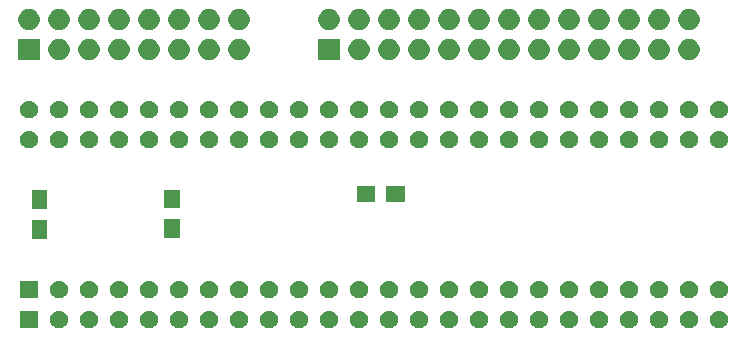
<source format=gbs>
G04 #@! TF.GenerationSoftware,KiCad,Pcbnew,5.1.5*
G04 #@! TF.CreationDate,2020-05-31T21:03:52+02:00*
G04 #@! TF.ProjectId,PIV_DeniseAdap,5049565f-4465-46e6-9973-65416461702e,rev?*
G04 #@! TF.SameCoordinates,Original*
G04 #@! TF.FileFunction,Soldermask,Bot*
G04 #@! TF.FilePolarity,Negative*
%FSLAX46Y46*%
G04 Gerber Fmt 4.6, Leading zero omitted, Abs format (unit mm)*
G04 Created by KiCad (PCBNEW 5.1.5) date 2020-05-31 21:03:52*
%MOMM*%
%LPD*%
G04 APERTURE LIST*
%ADD10C,0.100000*%
G04 APERTURE END LIST*
D10*
G36*
X123940770Y-109970770D02*
G01*
X122439230Y-109970770D01*
X122439230Y-108469230D01*
X123940770Y-108469230D01*
X123940770Y-109970770D01*
G37*
G36*
X153888992Y-108498081D02*
G01*
X154025623Y-108554676D01*
X154148588Y-108636839D01*
X154253161Y-108741412D01*
X154335324Y-108864377D01*
X154391919Y-109001008D01*
X154420770Y-109146056D01*
X154420770Y-109293944D01*
X154391919Y-109438992D01*
X154335324Y-109575623D01*
X154253161Y-109698588D01*
X154148588Y-109803161D01*
X154025623Y-109885324D01*
X153888992Y-109941919D01*
X153743944Y-109970770D01*
X153596056Y-109970770D01*
X153451008Y-109941919D01*
X153314377Y-109885324D01*
X153191412Y-109803161D01*
X153086839Y-109698588D01*
X153004676Y-109575623D01*
X152948081Y-109438992D01*
X152919230Y-109293944D01*
X152919230Y-109146056D01*
X152948081Y-109001008D01*
X153004676Y-108864377D01*
X153086839Y-108741412D01*
X153191412Y-108636839D01*
X153314377Y-108554676D01*
X153451008Y-108498081D01*
X153596056Y-108469230D01*
X153743944Y-108469230D01*
X153888992Y-108498081D01*
G37*
G36*
X181828992Y-108498081D02*
G01*
X181965623Y-108554676D01*
X182088588Y-108636839D01*
X182193161Y-108741412D01*
X182275324Y-108864377D01*
X182331919Y-109001008D01*
X182360770Y-109146056D01*
X182360770Y-109293944D01*
X182331919Y-109438992D01*
X182275324Y-109575623D01*
X182193161Y-109698588D01*
X182088588Y-109803161D01*
X181965623Y-109885324D01*
X181828992Y-109941919D01*
X181683944Y-109970770D01*
X181536056Y-109970770D01*
X181391008Y-109941919D01*
X181254377Y-109885324D01*
X181131412Y-109803161D01*
X181026839Y-109698588D01*
X180944676Y-109575623D01*
X180888081Y-109438992D01*
X180859230Y-109293944D01*
X180859230Y-109146056D01*
X180888081Y-109001008D01*
X180944676Y-108864377D01*
X181026839Y-108741412D01*
X181131412Y-108636839D01*
X181254377Y-108554676D01*
X181391008Y-108498081D01*
X181536056Y-108469230D01*
X181683944Y-108469230D01*
X181828992Y-108498081D01*
G37*
G36*
X176748992Y-108498081D02*
G01*
X176885623Y-108554676D01*
X177008588Y-108636839D01*
X177113161Y-108741412D01*
X177195324Y-108864377D01*
X177251919Y-109001008D01*
X177280770Y-109146056D01*
X177280770Y-109293944D01*
X177251919Y-109438992D01*
X177195324Y-109575623D01*
X177113161Y-109698588D01*
X177008588Y-109803161D01*
X176885623Y-109885324D01*
X176748992Y-109941919D01*
X176603944Y-109970770D01*
X176456056Y-109970770D01*
X176311008Y-109941919D01*
X176174377Y-109885324D01*
X176051412Y-109803161D01*
X175946839Y-109698588D01*
X175864676Y-109575623D01*
X175808081Y-109438992D01*
X175779230Y-109293944D01*
X175779230Y-109146056D01*
X175808081Y-109001008D01*
X175864676Y-108864377D01*
X175946839Y-108741412D01*
X176051412Y-108636839D01*
X176174377Y-108554676D01*
X176311008Y-108498081D01*
X176456056Y-108469230D01*
X176603944Y-108469230D01*
X176748992Y-108498081D01*
G37*
G36*
X174208992Y-108498081D02*
G01*
X174345623Y-108554676D01*
X174468588Y-108636839D01*
X174573161Y-108741412D01*
X174655324Y-108864377D01*
X174711919Y-109001008D01*
X174740770Y-109146056D01*
X174740770Y-109293944D01*
X174711919Y-109438992D01*
X174655324Y-109575623D01*
X174573161Y-109698588D01*
X174468588Y-109803161D01*
X174345623Y-109885324D01*
X174208992Y-109941919D01*
X174063944Y-109970770D01*
X173916056Y-109970770D01*
X173771008Y-109941919D01*
X173634377Y-109885324D01*
X173511412Y-109803161D01*
X173406839Y-109698588D01*
X173324676Y-109575623D01*
X173268081Y-109438992D01*
X173239230Y-109293944D01*
X173239230Y-109146056D01*
X173268081Y-109001008D01*
X173324676Y-108864377D01*
X173406839Y-108741412D01*
X173511412Y-108636839D01*
X173634377Y-108554676D01*
X173771008Y-108498081D01*
X173916056Y-108469230D01*
X174063944Y-108469230D01*
X174208992Y-108498081D01*
G37*
G36*
X171668992Y-108498081D02*
G01*
X171805623Y-108554676D01*
X171928588Y-108636839D01*
X172033161Y-108741412D01*
X172115324Y-108864377D01*
X172171919Y-109001008D01*
X172200770Y-109146056D01*
X172200770Y-109293944D01*
X172171919Y-109438992D01*
X172115324Y-109575623D01*
X172033161Y-109698588D01*
X171928588Y-109803161D01*
X171805623Y-109885324D01*
X171668992Y-109941919D01*
X171523944Y-109970770D01*
X171376056Y-109970770D01*
X171231008Y-109941919D01*
X171094377Y-109885324D01*
X170971412Y-109803161D01*
X170866839Y-109698588D01*
X170784676Y-109575623D01*
X170728081Y-109438992D01*
X170699230Y-109293944D01*
X170699230Y-109146056D01*
X170728081Y-109001008D01*
X170784676Y-108864377D01*
X170866839Y-108741412D01*
X170971412Y-108636839D01*
X171094377Y-108554676D01*
X171231008Y-108498081D01*
X171376056Y-108469230D01*
X171523944Y-108469230D01*
X171668992Y-108498081D01*
G37*
G36*
X169128992Y-108498081D02*
G01*
X169265623Y-108554676D01*
X169388588Y-108636839D01*
X169493161Y-108741412D01*
X169575324Y-108864377D01*
X169631919Y-109001008D01*
X169660770Y-109146056D01*
X169660770Y-109293944D01*
X169631919Y-109438992D01*
X169575324Y-109575623D01*
X169493161Y-109698588D01*
X169388588Y-109803161D01*
X169265623Y-109885324D01*
X169128992Y-109941919D01*
X168983944Y-109970770D01*
X168836056Y-109970770D01*
X168691008Y-109941919D01*
X168554377Y-109885324D01*
X168431412Y-109803161D01*
X168326839Y-109698588D01*
X168244676Y-109575623D01*
X168188081Y-109438992D01*
X168159230Y-109293944D01*
X168159230Y-109146056D01*
X168188081Y-109001008D01*
X168244676Y-108864377D01*
X168326839Y-108741412D01*
X168431412Y-108636839D01*
X168554377Y-108554676D01*
X168691008Y-108498081D01*
X168836056Y-108469230D01*
X168983944Y-108469230D01*
X169128992Y-108498081D01*
G37*
G36*
X166588992Y-108498081D02*
G01*
X166725623Y-108554676D01*
X166848588Y-108636839D01*
X166953161Y-108741412D01*
X167035324Y-108864377D01*
X167091919Y-109001008D01*
X167120770Y-109146056D01*
X167120770Y-109293944D01*
X167091919Y-109438992D01*
X167035324Y-109575623D01*
X166953161Y-109698588D01*
X166848588Y-109803161D01*
X166725623Y-109885324D01*
X166588992Y-109941919D01*
X166443944Y-109970770D01*
X166296056Y-109970770D01*
X166151008Y-109941919D01*
X166014377Y-109885324D01*
X165891412Y-109803161D01*
X165786839Y-109698588D01*
X165704676Y-109575623D01*
X165648081Y-109438992D01*
X165619230Y-109293944D01*
X165619230Y-109146056D01*
X165648081Y-109001008D01*
X165704676Y-108864377D01*
X165786839Y-108741412D01*
X165891412Y-108636839D01*
X166014377Y-108554676D01*
X166151008Y-108498081D01*
X166296056Y-108469230D01*
X166443944Y-108469230D01*
X166588992Y-108498081D01*
G37*
G36*
X164048992Y-108498081D02*
G01*
X164185623Y-108554676D01*
X164308588Y-108636839D01*
X164413161Y-108741412D01*
X164495324Y-108864377D01*
X164551919Y-109001008D01*
X164580770Y-109146056D01*
X164580770Y-109293944D01*
X164551919Y-109438992D01*
X164495324Y-109575623D01*
X164413161Y-109698588D01*
X164308588Y-109803161D01*
X164185623Y-109885324D01*
X164048992Y-109941919D01*
X163903944Y-109970770D01*
X163756056Y-109970770D01*
X163611008Y-109941919D01*
X163474377Y-109885324D01*
X163351412Y-109803161D01*
X163246839Y-109698588D01*
X163164676Y-109575623D01*
X163108081Y-109438992D01*
X163079230Y-109293944D01*
X163079230Y-109146056D01*
X163108081Y-109001008D01*
X163164676Y-108864377D01*
X163246839Y-108741412D01*
X163351412Y-108636839D01*
X163474377Y-108554676D01*
X163611008Y-108498081D01*
X163756056Y-108469230D01*
X163903944Y-108469230D01*
X164048992Y-108498081D01*
G37*
G36*
X161508992Y-108498081D02*
G01*
X161645623Y-108554676D01*
X161768588Y-108636839D01*
X161873161Y-108741412D01*
X161955324Y-108864377D01*
X162011919Y-109001008D01*
X162040770Y-109146056D01*
X162040770Y-109293944D01*
X162011919Y-109438992D01*
X161955324Y-109575623D01*
X161873161Y-109698588D01*
X161768588Y-109803161D01*
X161645623Y-109885324D01*
X161508992Y-109941919D01*
X161363944Y-109970770D01*
X161216056Y-109970770D01*
X161071008Y-109941919D01*
X160934377Y-109885324D01*
X160811412Y-109803161D01*
X160706839Y-109698588D01*
X160624676Y-109575623D01*
X160568081Y-109438992D01*
X160539230Y-109293944D01*
X160539230Y-109146056D01*
X160568081Y-109001008D01*
X160624676Y-108864377D01*
X160706839Y-108741412D01*
X160811412Y-108636839D01*
X160934377Y-108554676D01*
X161071008Y-108498081D01*
X161216056Y-108469230D01*
X161363944Y-108469230D01*
X161508992Y-108498081D01*
G37*
G36*
X158968992Y-108498081D02*
G01*
X159105623Y-108554676D01*
X159228588Y-108636839D01*
X159333161Y-108741412D01*
X159415324Y-108864377D01*
X159471919Y-109001008D01*
X159500770Y-109146056D01*
X159500770Y-109293944D01*
X159471919Y-109438992D01*
X159415324Y-109575623D01*
X159333161Y-109698588D01*
X159228588Y-109803161D01*
X159105623Y-109885324D01*
X158968992Y-109941919D01*
X158823944Y-109970770D01*
X158676056Y-109970770D01*
X158531008Y-109941919D01*
X158394377Y-109885324D01*
X158271412Y-109803161D01*
X158166839Y-109698588D01*
X158084676Y-109575623D01*
X158028081Y-109438992D01*
X157999230Y-109293944D01*
X157999230Y-109146056D01*
X158028081Y-109001008D01*
X158084676Y-108864377D01*
X158166839Y-108741412D01*
X158271412Y-108636839D01*
X158394377Y-108554676D01*
X158531008Y-108498081D01*
X158676056Y-108469230D01*
X158823944Y-108469230D01*
X158968992Y-108498081D01*
G37*
G36*
X156428992Y-108498081D02*
G01*
X156565623Y-108554676D01*
X156688588Y-108636839D01*
X156793161Y-108741412D01*
X156875324Y-108864377D01*
X156931919Y-109001008D01*
X156960770Y-109146056D01*
X156960770Y-109293944D01*
X156931919Y-109438992D01*
X156875324Y-109575623D01*
X156793161Y-109698588D01*
X156688588Y-109803161D01*
X156565623Y-109885324D01*
X156428992Y-109941919D01*
X156283944Y-109970770D01*
X156136056Y-109970770D01*
X155991008Y-109941919D01*
X155854377Y-109885324D01*
X155731412Y-109803161D01*
X155626839Y-109698588D01*
X155544676Y-109575623D01*
X155488081Y-109438992D01*
X155459230Y-109293944D01*
X155459230Y-109146056D01*
X155488081Y-109001008D01*
X155544676Y-108864377D01*
X155626839Y-108741412D01*
X155731412Y-108636839D01*
X155854377Y-108554676D01*
X155991008Y-108498081D01*
X156136056Y-108469230D01*
X156283944Y-108469230D01*
X156428992Y-108498081D01*
G37*
G36*
X179288992Y-108498081D02*
G01*
X179425623Y-108554676D01*
X179548588Y-108636839D01*
X179653161Y-108741412D01*
X179735324Y-108864377D01*
X179791919Y-109001008D01*
X179820770Y-109146056D01*
X179820770Y-109293944D01*
X179791919Y-109438992D01*
X179735324Y-109575623D01*
X179653161Y-109698588D01*
X179548588Y-109803161D01*
X179425623Y-109885324D01*
X179288992Y-109941919D01*
X179143944Y-109970770D01*
X178996056Y-109970770D01*
X178851008Y-109941919D01*
X178714377Y-109885324D01*
X178591412Y-109803161D01*
X178486839Y-109698588D01*
X178404676Y-109575623D01*
X178348081Y-109438992D01*
X178319230Y-109293944D01*
X178319230Y-109146056D01*
X178348081Y-109001008D01*
X178404676Y-108864377D01*
X178486839Y-108741412D01*
X178591412Y-108636839D01*
X178714377Y-108554676D01*
X178851008Y-108498081D01*
X178996056Y-108469230D01*
X179143944Y-108469230D01*
X179288992Y-108498081D01*
G37*
G36*
X148808992Y-108498081D02*
G01*
X148945623Y-108554676D01*
X149068588Y-108636839D01*
X149173161Y-108741412D01*
X149255324Y-108864377D01*
X149311919Y-109001008D01*
X149340770Y-109146056D01*
X149340770Y-109293944D01*
X149311919Y-109438992D01*
X149255324Y-109575623D01*
X149173161Y-109698588D01*
X149068588Y-109803161D01*
X148945623Y-109885324D01*
X148808992Y-109941919D01*
X148663944Y-109970770D01*
X148516056Y-109970770D01*
X148371008Y-109941919D01*
X148234377Y-109885324D01*
X148111412Y-109803161D01*
X148006839Y-109698588D01*
X147924676Y-109575623D01*
X147868081Y-109438992D01*
X147839230Y-109293944D01*
X147839230Y-109146056D01*
X147868081Y-109001008D01*
X147924676Y-108864377D01*
X148006839Y-108741412D01*
X148111412Y-108636839D01*
X148234377Y-108554676D01*
X148371008Y-108498081D01*
X148516056Y-108469230D01*
X148663944Y-108469230D01*
X148808992Y-108498081D01*
G37*
G36*
X151348992Y-108498081D02*
G01*
X151485623Y-108554676D01*
X151608588Y-108636839D01*
X151713161Y-108741412D01*
X151795324Y-108864377D01*
X151851919Y-109001008D01*
X151880770Y-109146056D01*
X151880770Y-109293944D01*
X151851919Y-109438992D01*
X151795324Y-109575623D01*
X151713161Y-109698588D01*
X151608588Y-109803161D01*
X151485623Y-109885324D01*
X151348992Y-109941919D01*
X151203944Y-109970770D01*
X151056056Y-109970770D01*
X150911008Y-109941919D01*
X150774377Y-109885324D01*
X150651412Y-109803161D01*
X150546839Y-109698588D01*
X150464676Y-109575623D01*
X150408081Y-109438992D01*
X150379230Y-109293944D01*
X150379230Y-109146056D01*
X150408081Y-109001008D01*
X150464676Y-108864377D01*
X150546839Y-108741412D01*
X150651412Y-108636839D01*
X150774377Y-108554676D01*
X150911008Y-108498081D01*
X151056056Y-108469230D01*
X151203944Y-108469230D01*
X151348992Y-108498081D01*
G37*
G36*
X125948992Y-108498081D02*
G01*
X126085623Y-108554676D01*
X126208588Y-108636839D01*
X126313161Y-108741412D01*
X126395324Y-108864377D01*
X126451919Y-109001008D01*
X126480770Y-109146056D01*
X126480770Y-109293944D01*
X126451919Y-109438992D01*
X126395324Y-109575623D01*
X126313161Y-109698588D01*
X126208588Y-109803161D01*
X126085623Y-109885324D01*
X125948992Y-109941919D01*
X125803944Y-109970770D01*
X125656056Y-109970770D01*
X125511008Y-109941919D01*
X125374377Y-109885324D01*
X125251412Y-109803161D01*
X125146839Y-109698588D01*
X125064676Y-109575623D01*
X125008081Y-109438992D01*
X124979230Y-109293944D01*
X124979230Y-109146056D01*
X125008081Y-109001008D01*
X125064676Y-108864377D01*
X125146839Y-108741412D01*
X125251412Y-108636839D01*
X125374377Y-108554676D01*
X125511008Y-108498081D01*
X125656056Y-108469230D01*
X125803944Y-108469230D01*
X125948992Y-108498081D01*
G37*
G36*
X128488992Y-108498081D02*
G01*
X128625623Y-108554676D01*
X128748588Y-108636839D01*
X128853161Y-108741412D01*
X128935324Y-108864377D01*
X128991919Y-109001008D01*
X129020770Y-109146056D01*
X129020770Y-109293944D01*
X128991919Y-109438992D01*
X128935324Y-109575623D01*
X128853161Y-109698588D01*
X128748588Y-109803161D01*
X128625623Y-109885324D01*
X128488992Y-109941919D01*
X128343944Y-109970770D01*
X128196056Y-109970770D01*
X128051008Y-109941919D01*
X127914377Y-109885324D01*
X127791412Y-109803161D01*
X127686839Y-109698588D01*
X127604676Y-109575623D01*
X127548081Y-109438992D01*
X127519230Y-109293944D01*
X127519230Y-109146056D01*
X127548081Y-109001008D01*
X127604676Y-108864377D01*
X127686839Y-108741412D01*
X127791412Y-108636839D01*
X127914377Y-108554676D01*
X128051008Y-108498081D01*
X128196056Y-108469230D01*
X128343944Y-108469230D01*
X128488992Y-108498081D01*
G37*
G36*
X131028992Y-108498081D02*
G01*
X131165623Y-108554676D01*
X131288588Y-108636839D01*
X131393161Y-108741412D01*
X131475324Y-108864377D01*
X131531919Y-109001008D01*
X131560770Y-109146056D01*
X131560770Y-109293944D01*
X131531919Y-109438992D01*
X131475324Y-109575623D01*
X131393161Y-109698588D01*
X131288588Y-109803161D01*
X131165623Y-109885324D01*
X131028992Y-109941919D01*
X130883944Y-109970770D01*
X130736056Y-109970770D01*
X130591008Y-109941919D01*
X130454377Y-109885324D01*
X130331412Y-109803161D01*
X130226839Y-109698588D01*
X130144676Y-109575623D01*
X130088081Y-109438992D01*
X130059230Y-109293944D01*
X130059230Y-109146056D01*
X130088081Y-109001008D01*
X130144676Y-108864377D01*
X130226839Y-108741412D01*
X130331412Y-108636839D01*
X130454377Y-108554676D01*
X130591008Y-108498081D01*
X130736056Y-108469230D01*
X130883944Y-108469230D01*
X131028992Y-108498081D01*
G37*
G36*
X133568992Y-108498081D02*
G01*
X133705623Y-108554676D01*
X133828588Y-108636839D01*
X133933161Y-108741412D01*
X134015324Y-108864377D01*
X134071919Y-109001008D01*
X134100770Y-109146056D01*
X134100770Y-109293944D01*
X134071919Y-109438992D01*
X134015324Y-109575623D01*
X133933161Y-109698588D01*
X133828588Y-109803161D01*
X133705623Y-109885324D01*
X133568992Y-109941919D01*
X133423944Y-109970770D01*
X133276056Y-109970770D01*
X133131008Y-109941919D01*
X132994377Y-109885324D01*
X132871412Y-109803161D01*
X132766839Y-109698588D01*
X132684676Y-109575623D01*
X132628081Y-109438992D01*
X132599230Y-109293944D01*
X132599230Y-109146056D01*
X132628081Y-109001008D01*
X132684676Y-108864377D01*
X132766839Y-108741412D01*
X132871412Y-108636839D01*
X132994377Y-108554676D01*
X133131008Y-108498081D01*
X133276056Y-108469230D01*
X133423944Y-108469230D01*
X133568992Y-108498081D01*
G37*
G36*
X136108992Y-108498081D02*
G01*
X136245623Y-108554676D01*
X136368588Y-108636839D01*
X136473161Y-108741412D01*
X136555324Y-108864377D01*
X136611919Y-109001008D01*
X136640770Y-109146056D01*
X136640770Y-109293944D01*
X136611919Y-109438992D01*
X136555324Y-109575623D01*
X136473161Y-109698588D01*
X136368588Y-109803161D01*
X136245623Y-109885324D01*
X136108992Y-109941919D01*
X135963944Y-109970770D01*
X135816056Y-109970770D01*
X135671008Y-109941919D01*
X135534377Y-109885324D01*
X135411412Y-109803161D01*
X135306839Y-109698588D01*
X135224676Y-109575623D01*
X135168081Y-109438992D01*
X135139230Y-109293944D01*
X135139230Y-109146056D01*
X135168081Y-109001008D01*
X135224676Y-108864377D01*
X135306839Y-108741412D01*
X135411412Y-108636839D01*
X135534377Y-108554676D01*
X135671008Y-108498081D01*
X135816056Y-108469230D01*
X135963944Y-108469230D01*
X136108992Y-108498081D01*
G37*
G36*
X138648992Y-108498081D02*
G01*
X138785623Y-108554676D01*
X138908588Y-108636839D01*
X139013161Y-108741412D01*
X139095324Y-108864377D01*
X139151919Y-109001008D01*
X139180770Y-109146056D01*
X139180770Y-109293944D01*
X139151919Y-109438992D01*
X139095324Y-109575623D01*
X139013161Y-109698588D01*
X138908588Y-109803161D01*
X138785623Y-109885324D01*
X138648992Y-109941919D01*
X138503944Y-109970770D01*
X138356056Y-109970770D01*
X138211008Y-109941919D01*
X138074377Y-109885324D01*
X137951412Y-109803161D01*
X137846839Y-109698588D01*
X137764676Y-109575623D01*
X137708081Y-109438992D01*
X137679230Y-109293944D01*
X137679230Y-109146056D01*
X137708081Y-109001008D01*
X137764676Y-108864377D01*
X137846839Y-108741412D01*
X137951412Y-108636839D01*
X138074377Y-108554676D01*
X138211008Y-108498081D01*
X138356056Y-108469230D01*
X138503944Y-108469230D01*
X138648992Y-108498081D01*
G37*
G36*
X141188992Y-108498081D02*
G01*
X141325623Y-108554676D01*
X141448588Y-108636839D01*
X141553161Y-108741412D01*
X141635324Y-108864377D01*
X141691919Y-109001008D01*
X141720770Y-109146056D01*
X141720770Y-109293944D01*
X141691919Y-109438992D01*
X141635324Y-109575623D01*
X141553161Y-109698588D01*
X141448588Y-109803161D01*
X141325623Y-109885324D01*
X141188992Y-109941919D01*
X141043944Y-109970770D01*
X140896056Y-109970770D01*
X140751008Y-109941919D01*
X140614377Y-109885324D01*
X140491412Y-109803161D01*
X140386839Y-109698588D01*
X140304676Y-109575623D01*
X140248081Y-109438992D01*
X140219230Y-109293944D01*
X140219230Y-109146056D01*
X140248081Y-109001008D01*
X140304676Y-108864377D01*
X140386839Y-108741412D01*
X140491412Y-108636839D01*
X140614377Y-108554676D01*
X140751008Y-108498081D01*
X140896056Y-108469230D01*
X141043944Y-108469230D01*
X141188992Y-108498081D01*
G37*
G36*
X143728992Y-108498081D02*
G01*
X143865623Y-108554676D01*
X143988588Y-108636839D01*
X144093161Y-108741412D01*
X144175324Y-108864377D01*
X144231919Y-109001008D01*
X144260770Y-109146056D01*
X144260770Y-109293944D01*
X144231919Y-109438992D01*
X144175324Y-109575623D01*
X144093161Y-109698588D01*
X143988588Y-109803161D01*
X143865623Y-109885324D01*
X143728992Y-109941919D01*
X143583944Y-109970770D01*
X143436056Y-109970770D01*
X143291008Y-109941919D01*
X143154377Y-109885324D01*
X143031412Y-109803161D01*
X142926839Y-109698588D01*
X142844676Y-109575623D01*
X142788081Y-109438992D01*
X142759230Y-109293944D01*
X142759230Y-109146056D01*
X142788081Y-109001008D01*
X142844676Y-108864377D01*
X142926839Y-108741412D01*
X143031412Y-108636839D01*
X143154377Y-108554676D01*
X143291008Y-108498081D01*
X143436056Y-108469230D01*
X143583944Y-108469230D01*
X143728992Y-108498081D01*
G37*
G36*
X146268992Y-108498081D02*
G01*
X146405623Y-108554676D01*
X146528588Y-108636839D01*
X146633161Y-108741412D01*
X146715324Y-108864377D01*
X146771919Y-109001008D01*
X146800770Y-109146056D01*
X146800770Y-109293944D01*
X146771919Y-109438992D01*
X146715324Y-109575623D01*
X146633161Y-109698588D01*
X146528588Y-109803161D01*
X146405623Y-109885324D01*
X146268992Y-109941919D01*
X146123944Y-109970770D01*
X145976056Y-109970770D01*
X145831008Y-109941919D01*
X145694377Y-109885324D01*
X145571412Y-109803161D01*
X145466839Y-109698588D01*
X145384676Y-109575623D01*
X145328081Y-109438992D01*
X145299230Y-109293944D01*
X145299230Y-109146056D01*
X145328081Y-109001008D01*
X145384676Y-108864377D01*
X145466839Y-108741412D01*
X145571412Y-108636839D01*
X145694377Y-108554676D01*
X145831008Y-108498081D01*
X145976056Y-108469230D01*
X146123944Y-108469230D01*
X146268992Y-108498081D01*
G37*
G36*
X138648992Y-105958081D02*
G01*
X138785623Y-106014676D01*
X138908588Y-106096839D01*
X139013161Y-106201412D01*
X139095324Y-106324377D01*
X139151919Y-106461008D01*
X139180770Y-106606056D01*
X139180770Y-106753944D01*
X139151919Y-106898992D01*
X139095324Y-107035623D01*
X139013161Y-107158588D01*
X138908588Y-107263161D01*
X138785623Y-107345324D01*
X138648992Y-107401919D01*
X138503944Y-107430770D01*
X138356056Y-107430770D01*
X138211008Y-107401919D01*
X138074377Y-107345324D01*
X137951412Y-107263161D01*
X137846839Y-107158588D01*
X137764676Y-107035623D01*
X137708081Y-106898992D01*
X137679230Y-106753944D01*
X137679230Y-106606056D01*
X137708081Y-106461008D01*
X137764676Y-106324377D01*
X137846839Y-106201412D01*
X137951412Y-106096839D01*
X138074377Y-106014676D01*
X138211008Y-105958081D01*
X138356056Y-105929230D01*
X138503944Y-105929230D01*
X138648992Y-105958081D01*
G37*
G36*
X141188992Y-105958081D02*
G01*
X141325623Y-106014676D01*
X141448588Y-106096839D01*
X141553161Y-106201412D01*
X141635324Y-106324377D01*
X141691919Y-106461008D01*
X141720770Y-106606056D01*
X141720770Y-106753944D01*
X141691919Y-106898992D01*
X141635324Y-107035623D01*
X141553161Y-107158588D01*
X141448588Y-107263161D01*
X141325623Y-107345324D01*
X141188992Y-107401919D01*
X141043944Y-107430770D01*
X140896056Y-107430770D01*
X140751008Y-107401919D01*
X140614377Y-107345324D01*
X140491412Y-107263161D01*
X140386839Y-107158588D01*
X140304676Y-107035623D01*
X140248081Y-106898992D01*
X140219230Y-106753944D01*
X140219230Y-106606056D01*
X140248081Y-106461008D01*
X140304676Y-106324377D01*
X140386839Y-106201412D01*
X140491412Y-106096839D01*
X140614377Y-106014676D01*
X140751008Y-105958081D01*
X140896056Y-105929230D01*
X141043944Y-105929230D01*
X141188992Y-105958081D01*
G37*
G36*
X143728992Y-105958081D02*
G01*
X143865623Y-106014676D01*
X143988588Y-106096839D01*
X144093161Y-106201412D01*
X144175324Y-106324377D01*
X144231919Y-106461008D01*
X144260770Y-106606056D01*
X144260770Y-106753944D01*
X144231919Y-106898992D01*
X144175324Y-107035623D01*
X144093161Y-107158588D01*
X143988588Y-107263161D01*
X143865623Y-107345324D01*
X143728992Y-107401919D01*
X143583944Y-107430770D01*
X143436056Y-107430770D01*
X143291008Y-107401919D01*
X143154377Y-107345324D01*
X143031412Y-107263161D01*
X142926839Y-107158588D01*
X142844676Y-107035623D01*
X142788081Y-106898992D01*
X142759230Y-106753944D01*
X142759230Y-106606056D01*
X142788081Y-106461008D01*
X142844676Y-106324377D01*
X142926839Y-106201412D01*
X143031412Y-106096839D01*
X143154377Y-106014676D01*
X143291008Y-105958081D01*
X143436056Y-105929230D01*
X143583944Y-105929230D01*
X143728992Y-105958081D01*
G37*
G36*
X146268992Y-105958081D02*
G01*
X146405623Y-106014676D01*
X146528588Y-106096839D01*
X146633161Y-106201412D01*
X146715324Y-106324377D01*
X146771919Y-106461008D01*
X146800770Y-106606056D01*
X146800770Y-106753944D01*
X146771919Y-106898992D01*
X146715324Y-107035623D01*
X146633161Y-107158588D01*
X146528588Y-107263161D01*
X146405623Y-107345324D01*
X146268992Y-107401919D01*
X146123944Y-107430770D01*
X145976056Y-107430770D01*
X145831008Y-107401919D01*
X145694377Y-107345324D01*
X145571412Y-107263161D01*
X145466839Y-107158588D01*
X145384676Y-107035623D01*
X145328081Y-106898992D01*
X145299230Y-106753944D01*
X145299230Y-106606056D01*
X145328081Y-106461008D01*
X145384676Y-106324377D01*
X145466839Y-106201412D01*
X145571412Y-106096839D01*
X145694377Y-106014676D01*
X145831008Y-105958081D01*
X145976056Y-105929230D01*
X146123944Y-105929230D01*
X146268992Y-105958081D01*
G37*
G36*
X148808992Y-105958081D02*
G01*
X148945623Y-106014676D01*
X149068588Y-106096839D01*
X149173161Y-106201412D01*
X149255324Y-106324377D01*
X149311919Y-106461008D01*
X149340770Y-106606056D01*
X149340770Y-106753944D01*
X149311919Y-106898992D01*
X149255324Y-107035623D01*
X149173161Y-107158588D01*
X149068588Y-107263161D01*
X148945623Y-107345324D01*
X148808992Y-107401919D01*
X148663944Y-107430770D01*
X148516056Y-107430770D01*
X148371008Y-107401919D01*
X148234377Y-107345324D01*
X148111412Y-107263161D01*
X148006839Y-107158588D01*
X147924676Y-107035623D01*
X147868081Y-106898992D01*
X147839230Y-106753944D01*
X147839230Y-106606056D01*
X147868081Y-106461008D01*
X147924676Y-106324377D01*
X148006839Y-106201412D01*
X148111412Y-106096839D01*
X148234377Y-106014676D01*
X148371008Y-105958081D01*
X148516056Y-105929230D01*
X148663944Y-105929230D01*
X148808992Y-105958081D01*
G37*
G36*
X151348992Y-105958081D02*
G01*
X151485623Y-106014676D01*
X151608588Y-106096839D01*
X151713161Y-106201412D01*
X151795324Y-106324377D01*
X151851919Y-106461008D01*
X151880770Y-106606056D01*
X151880770Y-106753944D01*
X151851919Y-106898992D01*
X151795324Y-107035623D01*
X151713161Y-107158588D01*
X151608588Y-107263161D01*
X151485623Y-107345324D01*
X151348992Y-107401919D01*
X151203944Y-107430770D01*
X151056056Y-107430770D01*
X150911008Y-107401919D01*
X150774377Y-107345324D01*
X150651412Y-107263161D01*
X150546839Y-107158588D01*
X150464676Y-107035623D01*
X150408081Y-106898992D01*
X150379230Y-106753944D01*
X150379230Y-106606056D01*
X150408081Y-106461008D01*
X150464676Y-106324377D01*
X150546839Y-106201412D01*
X150651412Y-106096839D01*
X150774377Y-106014676D01*
X150911008Y-105958081D01*
X151056056Y-105929230D01*
X151203944Y-105929230D01*
X151348992Y-105958081D01*
G37*
G36*
X156428992Y-105958081D02*
G01*
X156565623Y-106014676D01*
X156688588Y-106096839D01*
X156793161Y-106201412D01*
X156875324Y-106324377D01*
X156931919Y-106461008D01*
X156960770Y-106606056D01*
X156960770Y-106753944D01*
X156931919Y-106898992D01*
X156875324Y-107035623D01*
X156793161Y-107158588D01*
X156688588Y-107263161D01*
X156565623Y-107345324D01*
X156428992Y-107401919D01*
X156283944Y-107430770D01*
X156136056Y-107430770D01*
X155991008Y-107401919D01*
X155854377Y-107345324D01*
X155731412Y-107263161D01*
X155626839Y-107158588D01*
X155544676Y-107035623D01*
X155488081Y-106898992D01*
X155459230Y-106753944D01*
X155459230Y-106606056D01*
X155488081Y-106461008D01*
X155544676Y-106324377D01*
X155626839Y-106201412D01*
X155731412Y-106096839D01*
X155854377Y-106014676D01*
X155991008Y-105958081D01*
X156136056Y-105929230D01*
X156283944Y-105929230D01*
X156428992Y-105958081D01*
G37*
G36*
X128488992Y-105958081D02*
G01*
X128625623Y-106014676D01*
X128748588Y-106096839D01*
X128853161Y-106201412D01*
X128935324Y-106324377D01*
X128991919Y-106461008D01*
X129020770Y-106606056D01*
X129020770Y-106753944D01*
X128991919Y-106898992D01*
X128935324Y-107035623D01*
X128853161Y-107158588D01*
X128748588Y-107263161D01*
X128625623Y-107345324D01*
X128488992Y-107401919D01*
X128343944Y-107430770D01*
X128196056Y-107430770D01*
X128051008Y-107401919D01*
X127914377Y-107345324D01*
X127791412Y-107263161D01*
X127686839Y-107158588D01*
X127604676Y-107035623D01*
X127548081Y-106898992D01*
X127519230Y-106753944D01*
X127519230Y-106606056D01*
X127548081Y-106461008D01*
X127604676Y-106324377D01*
X127686839Y-106201412D01*
X127791412Y-106096839D01*
X127914377Y-106014676D01*
X128051008Y-105958081D01*
X128196056Y-105929230D01*
X128343944Y-105929230D01*
X128488992Y-105958081D01*
G37*
G36*
X131028992Y-105958081D02*
G01*
X131165623Y-106014676D01*
X131288588Y-106096839D01*
X131393161Y-106201412D01*
X131475324Y-106324377D01*
X131531919Y-106461008D01*
X131560770Y-106606056D01*
X131560770Y-106753944D01*
X131531919Y-106898992D01*
X131475324Y-107035623D01*
X131393161Y-107158588D01*
X131288588Y-107263161D01*
X131165623Y-107345324D01*
X131028992Y-107401919D01*
X130883944Y-107430770D01*
X130736056Y-107430770D01*
X130591008Y-107401919D01*
X130454377Y-107345324D01*
X130331412Y-107263161D01*
X130226839Y-107158588D01*
X130144676Y-107035623D01*
X130088081Y-106898992D01*
X130059230Y-106753944D01*
X130059230Y-106606056D01*
X130088081Y-106461008D01*
X130144676Y-106324377D01*
X130226839Y-106201412D01*
X130331412Y-106096839D01*
X130454377Y-106014676D01*
X130591008Y-105958081D01*
X130736056Y-105929230D01*
X130883944Y-105929230D01*
X131028992Y-105958081D01*
G37*
G36*
X125948992Y-105958081D02*
G01*
X126085623Y-106014676D01*
X126208588Y-106096839D01*
X126313161Y-106201412D01*
X126395324Y-106324377D01*
X126451919Y-106461008D01*
X126480770Y-106606056D01*
X126480770Y-106753944D01*
X126451919Y-106898992D01*
X126395324Y-107035623D01*
X126313161Y-107158588D01*
X126208588Y-107263161D01*
X126085623Y-107345324D01*
X125948992Y-107401919D01*
X125803944Y-107430770D01*
X125656056Y-107430770D01*
X125511008Y-107401919D01*
X125374377Y-107345324D01*
X125251412Y-107263161D01*
X125146839Y-107158588D01*
X125064676Y-107035623D01*
X125008081Y-106898992D01*
X124979230Y-106753944D01*
X124979230Y-106606056D01*
X125008081Y-106461008D01*
X125064676Y-106324377D01*
X125146839Y-106201412D01*
X125251412Y-106096839D01*
X125374377Y-106014676D01*
X125511008Y-105958081D01*
X125656056Y-105929230D01*
X125803944Y-105929230D01*
X125948992Y-105958081D01*
G37*
G36*
X123940770Y-107430770D02*
G01*
X122439230Y-107430770D01*
X122439230Y-105929230D01*
X123940770Y-105929230D01*
X123940770Y-107430770D01*
G37*
G36*
X181828992Y-105958081D02*
G01*
X181965623Y-106014676D01*
X182088588Y-106096839D01*
X182193161Y-106201412D01*
X182275324Y-106324377D01*
X182331919Y-106461008D01*
X182360770Y-106606056D01*
X182360770Y-106753944D01*
X182331919Y-106898992D01*
X182275324Y-107035623D01*
X182193161Y-107158588D01*
X182088588Y-107263161D01*
X181965623Y-107345324D01*
X181828992Y-107401919D01*
X181683944Y-107430770D01*
X181536056Y-107430770D01*
X181391008Y-107401919D01*
X181254377Y-107345324D01*
X181131412Y-107263161D01*
X181026839Y-107158588D01*
X180944676Y-107035623D01*
X180888081Y-106898992D01*
X180859230Y-106753944D01*
X180859230Y-106606056D01*
X180888081Y-106461008D01*
X180944676Y-106324377D01*
X181026839Y-106201412D01*
X181131412Y-106096839D01*
X181254377Y-106014676D01*
X181391008Y-105958081D01*
X181536056Y-105929230D01*
X181683944Y-105929230D01*
X181828992Y-105958081D01*
G37*
G36*
X133568992Y-105958081D02*
G01*
X133705623Y-106014676D01*
X133828588Y-106096839D01*
X133933161Y-106201412D01*
X134015324Y-106324377D01*
X134071919Y-106461008D01*
X134100770Y-106606056D01*
X134100770Y-106753944D01*
X134071919Y-106898992D01*
X134015324Y-107035623D01*
X133933161Y-107158588D01*
X133828588Y-107263161D01*
X133705623Y-107345324D01*
X133568992Y-107401919D01*
X133423944Y-107430770D01*
X133276056Y-107430770D01*
X133131008Y-107401919D01*
X132994377Y-107345324D01*
X132871412Y-107263161D01*
X132766839Y-107158588D01*
X132684676Y-107035623D01*
X132628081Y-106898992D01*
X132599230Y-106753944D01*
X132599230Y-106606056D01*
X132628081Y-106461008D01*
X132684676Y-106324377D01*
X132766839Y-106201412D01*
X132871412Y-106096839D01*
X132994377Y-106014676D01*
X133131008Y-105958081D01*
X133276056Y-105929230D01*
X133423944Y-105929230D01*
X133568992Y-105958081D01*
G37*
G36*
X153888992Y-105958081D02*
G01*
X154025623Y-106014676D01*
X154148588Y-106096839D01*
X154253161Y-106201412D01*
X154335324Y-106324377D01*
X154391919Y-106461008D01*
X154420770Y-106606056D01*
X154420770Y-106753944D01*
X154391919Y-106898992D01*
X154335324Y-107035623D01*
X154253161Y-107158588D01*
X154148588Y-107263161D01*
X154025623Y-107345324D01*
X153888992Y-107401919D01*
X153743944Y-107430770D01*
X153596056Y-107430770D01*
X153451008Y-107401919D01*
X153314377Y-107345324D01*
X153191412Y-107263161D01*
X153086839Y-107158588D01*
X153004676Y-107035623D01*
X152948081Y-106898992D01*
X152919230Y-106753944D01*
X152919230Y-106606056D01*
X152948081Y-106461008D01*
X153004676Y-106324377D01*
X153086839Y-106201412D01*
X153191412Y-106096839D01*
X153314377Y-106014676D01*
X153451008Y-105958081D01*
X153596056Y-105929230D01*
X153743944Y-105929230D01*
X153888992Y-105958081D01*
G37*
G36*
X158968992Y-105958081D02*
G01*
X159105623Y-106014676D01*
X159228588Y-106096839D01*
X159333161Y-106201412D01*
X159415324Y-106324377D01*
X159471919Y-106461008D01*
X159500770Y-106606056D01*
X159500770Y-106753944D01*
X159471919Y-106898992D01*
X159415324Y-107035623D01*
X159333161Y-107158588D01*
X159228588Y-107263161D01*
X159105623Y-107345324D01*
X158968992Y-107401919D01*
X158823944Y-107430770D01*
X158676056Y-107430770D01*
X158531008Y-107401919D01*
X158394377Y-107345324D01*
X158271412Y-107263161D01*
X158166839Y-107158588D01*
X158084676Y-107035623D01*
X158028081Y-106898992D01*
X157999230Y-106753944D01*
X157999230Y-106606056D01*
X158028081Y-106461008D01*
X158084676Y-106324377D01*
X158166839Y-106201412D01*
X158271412Y-106096839D01*
X158394377Y-106014676D01*
X158531008Y-105958081D01*
X158676056Y-105929230D01*
X158823944Y-105929230D01*
X158968992Y-105958081D01*
G37*
G36*
X179288992Y-105958081D02*
G01*
X179425623Y-106014676D01*
X179548588Y-106096839D01*
X179653161Y-106201412D01*
X179735324Y-106324377D01*
X179791919Y-106461008D01*
X179820770Y-106606056D01*
X179820770Y-106753944D01*
X179791919Y-106898992D01*
X179735324Y-107035623D01*
X179653161Y-107158588D01*
X179548588Y-107263161D01*
X179425623Y-107345324D01*
X179288992Y-107401919D01*
X179143944Y-107430770D01*
X178996056Y-107430770D01*
X178851008Y-107401919D01*
X178714377Y-107345324D01*
X178591412Y-107263161D01*
X178486839Y-107158588D01*
X178404676Y-107035623D01*
X178348081Y-106898992D01*
X178319230Y-106753944D01*
X178319230Y-106606056D01*
X178348081Y-106461008D01*
X178404676Y-106324377D01*
X178486839Y-106201412D01*
X178591412Y-106096839D01*
X178714377Y-106014676D01*
X178851008Y-105958081D01*
X178996056Y-105929230D01*
X179143944Y-105929230D01*
X179288992Y-105958081D01*
G37*
G36*
X176748992Y-105958081D02*
G01*
X176885623Y-106014676D01*
X177008588Y-106096839D01*
X177113161Y-106201412D01*
X177195324Y-106324377D01*
X177251919Y-106461008D01*
X177280770Y-106606056D01*
X177280770Y-106753944D01*
X177251919Y-106898992D01*
X177195324Y-107035623D01*
X177113161Y-107158588D01*
X177008588Y-107263161D01*
X176885623Y-107345324D01*
X176748992Y-107401919D01*
X176603944Y-107430770D01*
X176456056Y-107430770D01*
X176311008Y-107401919D01*
X176174377Y-107345324D01*
X176051412Y-107263161D01*
X175946839Y-107158588D01*
X175864676Y-107035623D01*
X175808081Y-106898992D01*
X175779230Y-106753944D01*
X175779230Y-106606056D01*
X175808081Y-106461008D01*
X175864676Y-106324377D01*
X175946839Y-106201412D01*
X176051412Y-106096839D01*
X176174377Y-106014676D01*
X176311008Y-105958081D01*
X176456056Y-105929230D01*
X176603944Y-105929230D01*
X176748992Y-105958081D01*
G37*
G36*
X174208992Y-105958081D02*
G01*
X174345623Y-106014676D01*
X174468588Y-106096839D01*
X174573161Y-106201412D01*
X174655324Y-106324377D01*
X174711919Y-106461008D01*
X174740770Y-106606056D01*
X174740770Y-106753944D01*
X174711919Y-106898992D01*
X174655324Y-107035623D01*
X174573161Y-107158588D01*
X174468588Y-107263161D01*
X174345623Y-107345324D01*
X174208992Y-107401919D01*
X174063944Y-107430770D01*
X173916056Y-107430770D01*
X173771008Y-107401919D01*
X173634377Y-107345324D01*
X173511412Y-107263161D01*
X173406839Y-107158588D01*
X173324676Y-107035623D01*
X173268081Y-106898992D01*
X173239230Y-106753944D01*
X173239230Y-106606056D01*
X173268081Y-106461008D01*
X173324676Y-106324377D01*
X173406839Y-106201412D01*
X173511412Y-106096839D01*
X173634377Y-106014676D01*
X173771008Y-105958081D01*
X173916056Y-105929230D01*
X174063944Y-105929230D01*
X174208992Y-105958081D01*
G37*
G36*
X171668992Y-105958081D02*
G01*
X171805623Y-106014676D01*
X171928588Y-106096839D01*
X172033161Y-106201412D01*
X172115324Y-106324377D01*
X172171919Y-106461008D01*
X172200770Y-106606056D01*
X172200770Y-106753944D01*
X172171919Y-106898992D01*
X172115324Y-107035623D01*
X172033161Y-107158588D01*
X171928588Y-107263161D01*
X171805623Y-107345324D01*
X171668992Y-107401919D01*
X171523944Y-107430770D01*
X171376056Y-107430770D01*
X171231008Y-107401919D01*
X171094377Y-107345324D01*
X170971412Y-107263161D01*
X170866839Y-107158588D01*
X170784676Y-107035623D01*
X170728081Y-106898992D01*
X170699230Y-106753944D01*
X170699230Y-106606056D01*
X170728081Y-106461008D01*
X170784676Y-106324377D01*
X170866839Y-106201412D01*
X170971412Y-106096839D01*
X171094377Y-106014676D01*
X171231008Y-105958081D01*
X171376056Y-105929230D01*
X171523944Y-105929230D01*
X171668992Y-105958081D01*
G37*
G36*
X169128992Y-105958081D02*
G01*
X169265623Y-106014676D01*
X169388588Y-106096839D01*
X169493161Y-106201412D01*
X169575324Y-106324377D01*
X169631919Y-106461008D01*
X169660770Y-106606056D01*
X169660770Y-106753944D01*
X169631919Y-106898992D01*
X169575324Y-107035623D01*
X169493161Y-107158588D01*
X169388588Y-107263161D01*
X169265623Y-107345324D01*
X169128992Y-107401919D01*
X168983944Y-107430770D01*
X168836056Y-107430770D01*
X168691008Y-107401919D01*
X168554377Y-107345324D01*
X168431412Y-107263161D01*
X168326839Y-107158588D01*
X168244676Y-107035623D01*
X168188081Y-106898992D01*
X168159230Y-106753944D01*
X168159230Y-106606056D01*
X168188081Y-106461008D01*
X168244676Y-106324377D01*
X168326839Y-106201412D01*
X168431412Y-106096839D01*
X168554377Y-106014676D01*
X168691008Y-105958081D01*
X168836056Y-105929230D01*
X168983944Y-105929230D01*
X169128992Y-105958081D01*
G37*
G36*
X166588992Y-105958081D02*
G01*
X166725623Y-106014676D01*
X166848588Y-106096839D01*
X166953161Y-106201412D01*
X167035324Y-106324377D01*
X167091919Y-106461008D01*
X167120770Y-106606056D01*
X167120770Y-106753944D01*
X167091919Y-106898992D01*
X167035324Y-107035623D01*
X166953161Y-107158588D01*
X166848588Y-107263161D01*
X166725623Y-107345324D01*
X166588992Y-107401919D01*
X166443944Y-107430770D01*
X166296056Y-107430770D01*
X166151008Y-107401919D01*
X166014377Y-107345324D01*
X165891412Y-107263161D01*
X165786839Y-107158588D01*
X165704676Y-107035623D01*
X165648081Y-106898992D01*
X165619230Y-106753944D01*
X165619230Y-106606056D01*
X165648081Y-106461008D01*
X165704676Y-106324377D01*
X165786839Y-106201412D01*
X165891412Y-106096839D01*
X166014377Y-106014676D01*
X166151008Y-105958081D01*
X166296056Y-105929230D01*
X166443944Y-105929230D01*
X166588992Y-105958081D01*
G37*
G36*
X164048992Y-105958081D02*
G01*
X164185623Y-106014676D01*
X164308588Y-106096839D01*
X164413161Y-106201412D01*
X164495324Y-106324377D01*
X164551919Y-106461008D01*
X164580770Y-106606056D01*
X164580770Y-106753944D01*
X164551919Y-106898992D01*
X164495324Y-107035623D01*
X164413161Y-107158588D01*
X164308588Y-107263161D01*
X164185623Y-107345324D01*
X164048992Y-107401919D01*
X163903944Y-107430770D01*
X163756056Y-107430770D01*
X163611008Y-107401919D01*
X163474377Y-107345324D01*
X163351412Y-107263161D01*
X163246839Y-107158588D01*
X163164676Y-107035623D01*
X163108081Y-106898992D01*
X163079230Y-106753944D01*
X163079230Y-106606056D01*
X163108081Y-106461008D01*
X163164676Y-106324377D01*
X163246839Y-106201412D01*
X163351412Y-106096839D01*
X163474377Y-106014676D01*
X163611008Y-105958081D01*
X163756056Y-105929230D01*
X163903944Y-105929230D01*
X164048992Y-105958081D01*
G37*
G36*
X161508992Y-105958081D02*
G01*
X161645623Y-106014676D01*
X161768588Y-106096839D01*
X161873161Y-106201412D01*
X161955324Y-106324377D01*
X162011919Y-106461008D01*
X162040770Y-106606056D01*
X162040770Y-106753944D01*
X162011919Y-106898992D01*
X161955324Y-107035623D01*
X161873161Y-107158588D01*
X161768588Y-107263161D01*
X161645623Y-107345324D01*
X161508992Y-107401919D01*
X161363944Y-107430770D01*
X161216056Y-107430770D01*
X161071008Y-107401919D01*
X160934377Y-107345324D01*
X160811412Y-107263161D01*
X160706839Y-107158588D01*
X160624676Y-107035623D01*
X160568081Y-106898992D01*
X160539230Y-106753944D01*
X160539230Y-106606056D01*
X160568081Y-106461008D01*
X160624676Y-106324377D01*
X160706839Y-106201412D01*
X160811412Y-106096839D01*
X160934377Y-106014676D01*
X161071008Y-105958081D01*
X161216056Y-105929230D01*
X161363944Y-105929230D01*
X161508992Y-105958081D01*
G37*
G36*
X136108992Y-105958081D02*
G01*
X136245623Y-106014676D01*
X136368588Y-106096839D01*
X136473161Y-106201412D01*
X136555324Y-106324377D01*
X136611919Y-106461008D01*
X136640770Y-106606056D01*
X136640770Y-106753944D01*
X136611919Y-106898992D01*
X136555324Y-107035623D01*
X136473161Y-107158588D01*
X136368588Y-107263161D01*
X136245623Y-107345324D01*
X136108992Y-107401919D01*
X135963944Y-107430770D01*
X135816056Y-107430770D01*
X135671008Y-107401919D01*
X135534377Y-107345324D01*
X135411412Y-107263161D01*
X135306839Y-107158588D01*
X135224676Y-107035623D01*
X135168081Y-106898992D01*
X135139230Y-106753944D01*
X135139230Y-106606056D01*
X135168081Y-106461008D01*
X135224676Y-106324377D01*
X135306839Y-106201412D01*
X135411412Y-106096839D01*
X135534377Y-106014676D01*
X135671008Y-105958081D01*
X135816056Y-105929230D01*
X135963944Y-105929230D01*
X136108992Y-105958081D01*
G37*
G36*
X124755000Y-102381000D02*
G01*
X123403000Y-102381000D01*
X123403000Y-100779000D01*
X124755000Y-100779000D01*
X124755000Y-102381000D01*
G37*
G36*
X135994500Y-102317500D02*
G01*
X134642500Y-102317500D01*
X134642500Y-100715500D01*
X135994500Y-100715500D01*
X135994500Y-102317500D01*
G37*
G36*
X124755000Y-99881000D02*
G01*
X123403000Y-99881000D01*
X123403000Y-98279000D01*
X124755000Y-98279000D01*
X124755000Y-99881000D01*
G37*
G36*
X135994500Y-99817500D02*
G01*
X134642500Y-99817500D01*
X134642500Y-98215500D01*
X135994500Y-98215500D01*
X135994500Y-99817500D01*
G37*
G36*
X155022500Y-99228000D02*
G01*
X153420500Y-99228000D01*
X153420500Y-97876000D01*
X155022500Y-97876000D01*
X155022500Y-99228000D01*
G37*
G36*
X152522500Y-99228000D02*
G01*
X150920500Y-99228000D01*
X150920500Y-97876000D01*
X152522500Y-97876000D01*
X152522500Y-99228000D01*
G37*
G36*
X133568992Y-93258081D02*
G01*
X133705623Y-93314676D01*
X133828588Y-93396839D01*
X133933161Y-93501412D01*
X134015324Y-93624377D01*
X134071919Y-93761008D01*
X134100770Y-93906056D01*
X134100770Y-94053944D01*
X134071919Y-94198992D01*
X134015324Y-94335623D01*
X133933161Y-94458588D01*
X133828588Y-94563161D01*
X133705623Y-94645324D01*
X133568992Y-94701919D01*
X133423944Y-94730770D01*
X133276056Y-94730770D01*
X133131008Y-94701919D01*
X132994377Y-94645324D01*
X132871412Y-94563161D01*
X132766839Y-94458588D01*
X132684676Y-94335623D01*
X132628081Y-94198992D01*
X132599230Y-94053944D01*
X132599230Y-93906056D01*
X132628081Y-93761008D01*
X132684676Y-93624377D01*
X132766839Y-93501412D01*
X132871412Y-93396839D01*
X132994377Y-93314676D01*
X133131008Y-93258081D01*
X133276056Y-93229230D01*
X133423944Y-93229230D01*
X133568992Y-93258081D01*
G37*
G36*
X125948992Y-93258081D02*
G01*
X126085623Y-93314676D01*
X126208588Y-93396839D01*
X126313161Y-93501412D01*
X126395324Y-93624377D01*
X126451919Y-93761008D01*
X126480770Y-93906056D01*
X126480770Y-94053944D01*
X126451919Y-94198992D01*
X126395324Y-94335623D01*
X126313161Y-94458588D01*
X126208588Y-94563161D01*
X126085623Y-94645324D01*
X125948992Y-94701919D01*
X125803944Y-94730770D01*
X125656056Y-94730770D01*
X125511008Y-94701919D01*
X125374377Y-94645324D01*
X125251412Y-94563161D01*
X125146839Y-94458588D01*
X125064676Y-94335623D01*
X125008081Y-94198992D01*
X124979230Y-94053944D01*
X124979230Y-93906056D01*
X125008081Y-93761008D01*
X125064676Y-93624377D01*
X125146839Y-93501412D01*
X125251412Y-93396839D01*
X125374377Y-93314676D01*
X125511008Y-93258081D01*
X125656056Y-93229230D01*
X125803944Y-93229230D01*
X125948992Y-93258081D01*
G37*
G36*
X128488992Y-93258081D02*
G01*
X128625623Y-93314676D01*
X128748588Y-93396839D01*
X128853161Y-93501412D01*
X128935324Y-93624377D01*
X128991919Y-93761008D01*
X129020770Y-93906056D01*
X129020770Y-94053944D01*
X128991919Y-94198992D01*
X128935324Y-94335623D01*
X128853161Y-94458588D01*
X128748588Y-94563161D01*
X128625623Y-94645324D01*
X128488992Y-94701919D01*
X128343944Y-94730770D01*
X128196056Y-94730770D01*
X128051008Y-94701919D01*
X127914377Y-94645324D01*
X127791412Y-94563161D01*
X127686839Y-94458588D01*
X127604676Y-94335623D01*
X127548081Y-94198992D01*
X127519230Y-94053944D01*
X127519230Y-93906056D01*
X127548081Y-93761008D01*
X127604676Y-93624377D01*
X127686839Y-93501412D01*
X127791412Y-93396839D01*
X127914377Y-93314676D01*
X128051008Y-93258081D01*
X128196056Y-93229230D01*
X128343944Y-93229230D01*
X128488992Y-93258081D01*
G37*
G36*
X131028992Y-93258081D02*
G01*
X131165623Y-93314676D01*
X131288588Y-93396839D01*
X131393161Y-93501412D01*
X131475324Y-93624377D01*
X131531919Y-93761008D01*
X131560770Y-93906056D01*
X131560770Y-94053944D01*
X131531919Y-94198992D01*
X131475324Y-94335623D01*
X131393161Y-94458588D01*
X131288588Y-94563161D01*
X131165623Y-94645324D01*
X131028992Y-94701919D01*
X130883944Y-94730770D01*
X130736056Y-94730770D01*
X130591008Y-94701919D01*
X130454377Y-94645324D01*
X130331412Y-94563161D01*
X130226839Y-94458588D01*
X130144676Y-94335623D01*
X130088081Y-94198992D01*
X130059230Y-94053944D01*
X130059230Y-93906056D01*
X130088081Y-93761008D01*
X130144676Y-93624377D01*
X130226839Y-93501412D01*
X130331412Y-93396839D01*
X130454377Y-93314676D01*
X130591008Y-93258081D01*
X130736056Y-93229230D01*
X130883944Y-93229230D01*
X131028992Y-93258081D01*
G37*
G36*
X136108992Y-93258081D02*
G01*
X136245623Y-93314676D01*
X136368588Y-93396839D01*
X136473161Y-93501412D01*
X136555324Y-93624377D01*
X136611919Y-93761008D01*
X136640770Y-93906056D01*
X136640770Y-94053944D01*
X136611919Y-94198992D01*
X136555324Y-94335623D01*
X136473161Y-94458588D01*
X136368588Y-94563161D01*
X136245623Y-94645324D01*
X136108992Y-94701919D01*
X135963944Y-94730770D01*
X135816056Y-94730770D01*
X135671008Y-94701919D01*
X135534377Y-94645324D01*
X135411412Y-94563161D01*
X135306839Y-94458588D01*
X135224676Y-94335623D01*
X135168081Y-94198992D01*
X135139230Y-94053944D01*
X135139230Y-93906056D01*
X135168081Y-93761008D01*
X135224676Y-93624377D01*
X135306839Y-93501412D01*
X135411412Y-93396839D01*
X135534377Y-93314676D01*
X135671008Y-93258081D01*
X135816056Y-93229230D01*
X135963944Y-93229230D01*
X136108992Y-93258081D01*
G37*
G36*
X138648992Y-93258081D02*
G01*
X138785623Y-93314676D01*
X138908588Y-93396839D01*
X139013161Y-93501412D01*
X139095324Y-93624377D01*
X139151919Y-93761008D01*
X139180770Y-93906056D01*
X139180770Y-94053944D01*
X139151919Y-94198992D01*
X139095324Y-94335623D01*
X139013161Y-94458588D01*
X138908588Y-94563161D01*
X138785623Y-94645324D01*
X138648992Y-94701919D01*
X138503944Y-94730770D01*
X138356056Y-94730770D01*
X138211008Y-94701919D01*
X138074377Y-94645324D01*
X137951412Y-94563161D01*
X137846839Y-94458588D01*
X137764676Y-94335623D01*
X137708081Y-94198992D01*
X137679230Y-94053944D01*
X137679230Y-93906056D01*
X137708081Y-93761008D01*
X137764676Y-93624377D01*
X137846839Y-93501412D01*
X137951412Y-93396839D01*
X138074377Y-93314676D01*
X138211008Y-93258081D01*
X138356056Y-93229230D01*
X138503944Y-93229230D01*
X138648992Y-93258081D01*
G37*
G36*
X141188992Y-93258081D02*
G01*
X141325623Y-93314676D01*
X141448588Y-93396839D01*
X141553161Y-93501412D01*
X141635324Y-93624377D01*
X141691919Y-93761008D01*
X141720770Y-93906056D01*
X141720770Y-94053944D01*
X141691919Y-94198992D01*
X141635324Y-94335623D01*
X141553161Y-94458588D01*
X141448588Y-94563161D01*
X141325623Y-94645324D01*
X141188992Y-94701919D01*
X141043944Y-94730770D01*
X140896056Y-94730770D01*
X140751008Y-94701919D01*
X140614377Y-94645324D01*
X140491412Y-94563161D01*
X140386839Y-94458588D01*
X140304676Y-94335623D01*
X140248081Y-94198992D01*
X140219230Y-94053944D01*
X140219230Y-93906056D01*
X140248081Y-93761008D01*
X140304676Y-93624377D01*
X140386839Y-93501412D01*
X140491412Y-93396839D01*
X140614377Y-93314676D01*
X140751008Y-93258081D01*
X140896056Y-93229230D01*
X141043944Y-93229230D01*
X141188992Y-93258081D01*
G37*
G36*
X143728992Y-93258081D02*
G01*
X143865623Y-93314676D01*
X143988588Y-93396839D01*
X144093161Y-93501412D01*
X144175324Y-93624377D01*
X144231919Y-93761008D01*
X144260770Y-93906056D01*
X144260770Y-94053944D01*
X144231919Y-94198992D01*
X144175324Y-94335623D01*
X144093161Y-94458588D01*
X143988588Y-94563161D01*
X143865623Y-94645324D01*
X143728992Y-94701919D01*
X143583944Y-94730770D01*
X143436056Y-94730770D01*
X143291008Y-94701919D01*
X143154377Y-94645324D01*
X143031412Y-94563161D01*
X142926839Y-94458588D01*
X142844676Y-94335623D01*
X142788081Y-94198992D01*
X142759230Y-94053944D01*
X142759230Y-93906056D01*
X142788081Y-93761008D01*
X142844676Y-93624377D01*
X142926839Y-93501412D01*
X143031412Y-93396839D01*
X143154377Y-93314676D01*
X143291008Y-93258081D01*
X143436056Y-93229230D01*
X143583944Y-93229230D01*
X143728992Y-93258081D01*
G37*
G36*
X146268992Y-93258081D02*
G01*
X146405623Y-93314676D01*
X146528588Y-93396839D01*
X146633161Y-93501412D01*
X146715324Y-93624377D01*
X146771919Y-93761008D01*
X146800770Y-93906056D01*
X146800770Y-94053944D01*
X146771919Y-94198992D01*
X146715324Y-94335623D01*
X146633161Y-94458588D01*
X146528588Y-94563161D01*
X146405623Y-94645324D01*
X146268992Y-94701919D01*
X146123944Y-94730770D01*
X145976056Y-94730770D01*
X145831008Y-94701919D01*
X145694377Y-94645324D01*
X145571412Y-94563161D01*
X145466839Y-94458588D01*
X145384676Y-94335623D01*
X145328081Y-94198992D01*
X145299230Y-94053944D01*
X145299230Y-93906056D01*
X145328081Y-93761008D01*
X145384676Y-93624377D01*
X145466839Y-93501412D01*
X145571412Y-93396839D01*
X145694377Y-93314676D01*
X145831008Y-93258081D01*
X145976056Y-93229230D01*
X146123944Y-93229230D01*
X146268992Y-93258081D01*
G37*
G36*
X148808992Y-93258081D02*
G01*
X148945623Y-93314676D01*
X149068588Y-93396839D01*
X149173161Y-93501412D01*
X149255324Y-93624377D01*
X149311919Y-93761008D01*
X149340770Y-93906056D01*
X149340770Y-94053944D01*
X149311919Y-94198992D01*
X149255324Y-94335623D01*
X149173161Y-94458588D01*
X149068588Y-94563161D01*
X148945623Y-94645324D01*
X148808992Y-94701919D01*
X148663944Y-94730770D01*
X148516056Y-94730770D01*
X148371008Y-94701919D01*
X148234377Y-94645324D01*
X148111412Y-94563161D01*
X148006839Y-94458588D01*
X147924676Y-94335623D01*
X147868081Y-94198992D01*
X147839230Y-94053944D01*
X147839230Y-93906056D01*
X147868081Y-93761008D01*
X147924676Y-93624377D01*
X148006839Y-93501412D01*
X148111412Y-93396839D01*
X148234377Y-93314676D01*
X148371008Y-93258081D01*
X148516056Y-93229230D01*
X148663944Y-93229230D01*
X148808992Y-93258081D01*
G37*
G36*
X151348992Y-93258081D02*
G01*
X151485623Y-93314676D01*
X151608588Y-93396839D01*
X151713161Y-93501412D01*
X151795324Y-93624377D01*
X151851919Y-93761008D01*
X151880770Y-93906056D01*
X151880770Y-94053944D01*
X151851919Y-94198992D01*
X151795324Y-94335623D01*
X151713161Y-94458588D01*
X151608588Y-94563161D01*
X151485623Y-94645324D01*
X151348992Y-94701919D01*
X151203944Y-94730770D01*
X151056056Y-94730770D01*
X150911008Y-94701919D01*
X150774377Y-94645324D01*
X150651412Y-94563161D01*
X150546839Y-94458588D01*
X150464676Y-94335623D01*
X150408081Y-94198992D01*
X150379230Y-94053944D01*
X150379230Y-93906056D01*
X150408081Y-93761008D01*
X150464676Y-93624377D01*
X150546839Y-93501412D01*
X150651412Y-93396839D01*
X150774377Y-93314676D01*
X150911008Y-93258081D01*
X151056056Y-93229230D01*
X151203944Y-93229230D01*
X151348992Y-93258081D01*
G37*
G36*
X153888992Y-93258081D02*
G01*
X154025623Y-93314676D01*
X154148588Y-93396839D01*
X154253161Y-93501412D01*
X154335324Y-93624377D01*
X154391919Y-93761008D01*
X154420770Y-93906056D01*
X154420770Y-94053944D01*
X154391919Y-94198992D01*
X154335324Y-94335623D01*
X154253161Y-94458588D01*
X154148588Y-94563161D01*
X154025623Y-94645324D01*
X153888992Y-94701919D01*
X153743944Y-94730770D01*
X153596056Y-94730770D01*
X153451008Y-94701919D01*
X153314377Y-94645324D01*
X153191412Y-94563161D01*
X153086839Y-94458588D01*
X153004676Y-94335623D01*
X152948081Y-94198992D01*
X152919230Y-94053944D01*
X152919230Y-93906056D01*
X152948081Y-93761008D01*
X153004676Y-93624377D01*
X153086839Y-93501412D01*
X153191412Y-93396839D01*
X153314377Y-93314676D01*
X153451008Y-93258081D01*
X153596056Y-93229230D01*
X153743944Y-93229230D01*
X153888992Y-93258081D01*
G37*
G36*
X179288992Y-93258081D02*
G01*
X179425623Y-93314676D01*
X179548588Y-93396839D01*
X179653161Y-93501412D01*
X179735324Y-93624377D01*
X179791919Y-93761008D01*
X179820770Y-93906056D01*
X179820770Y-94053944D01*
X179791919Y-94198992D01*
X179735324Y-94335623D01*
X179653161Y-94458588D01*
X179548588Y-94563161D01*
X179425623Y-94645324D01*
X179288992Y-94701919D01*
X179143944Y-94730770D01*
X178996056Y-94730770D01*
X178851008Y-94701919D01*
X178714377Y-94645324D01*
X178591412Y-94563161D01*
X178486839Y-94458588D01*
X178404676Y-94335623D01*
X178348081Y-94198992D01*
X178319230Y-94053944D01*
X178319230Y-93906056D01*
X178348081Y-93761008D01*
X178404676Y-93624377D01*
X178486839Y-93501412D01*
X178591412Y-93396839D01*
X178714377Y-93314676D01*
X178851008Y-93258081D01*
X178996056Y-93229230D01*
X179143944Y-93229230D01*
X179288992Y-93258081D01*
G37*
G36*
X123408992Y-93258081D02*
G01*
X123545623Y-93314676D01*
X123668588Y-93396839D01*
X123773161Y-93501412D01*
X123855324Y-93624377D01*
X123911919Y-93761008D01*
X123940770Y-93906056D01*
X123940770Y-94053944D01*
X123911919Y-94198992D01*
X123855324Y-94335623D01*
X123773161Y-94458588D01*
X123668588Y-94563161D01*
X123545623Y-94645324D01*
X123408992Y-94701919D01*
X123263944Y-94730770D01*
X123116056Y-94730770D01*
X122971008Y-94701919D01*
X122834377Y-94645324D01*
X122711412Y-94563161D01*
X122606839Y-94458588D01*
X122524676Y-94335623D01*
X122468081Y-94198992D01*
X122439230Y-94053944D01*
X122439230Y-93906056D01*
X122468081Y-93761008D01*
X122524676Y-93624377D01*
X122606839Y-93501412D01*
X122711412Y-93396839D01*
X122834377Y-93314676D01*
X122971008Y-93258081D01*
X123116056Y-93229230D01*
X123263944Y-93229230D01*
X123408992Y-93258081D01*
G37*
G36*
X181828992Y-93258081D02*
G01*
X181965623Y-93314676D01*
X182088588Y-93396839D01*
X182193161Y-93501412D01*
X182275324Y-93624377D01*
X182331919Y-93761008D01*
X182360770Y-93906056D01*
X182360770Y-94053944D01*
X182331919Y-94198992D01*
X182275324Y-94335623D01*
X182193161Y-94458588D01*
X182088588Y-94563161D01*
X181965623Y-94645324D01*
X181828992Y-94701919D01*
X181683944Y-94730770D01*
X181536056Y-94730770D01*
X181391008Y-94701919D01*
X181254377Y-94645324D01*
X181131412Y-94563161D01*
X181026839Y-94458588D01*
X180944676Y-94335623D01*
X180888081Y-94198992D01*
X180859230Y-94053944D01*
X180859230Y-93906056D01*
X180888081Y-93761008D01*
X180944676Y-93624377D01*
X181026839Y-93501412D01*
X181131412Y-93396839D01*
X181254377Y-93314676D01*
X181391008Y-93258081D01*
X181536056Y-93229230D01*
X181683944Y-93229230D01*
X181828992Y-93258081D01*
G37*
G36*
X156428992Y-93258081D02*
G01*
X156565623Y-93314676D01*
X156688588Y-93396839D01*
X156793161Y-93501412D01*
X156875324Y-93624377D01*
X156931919Y-93761008D01*
X156960770Y-93906056D01*
X156960770Y-94053944D01*
X156931919Y-94198992D01*
X156875324Y-94335623D01*
X156793161Y-94458588D01*
X156688588Y-94563161D01*
X156565623Y-94645324D01*
X156428992Y-94701919D01*
X156283944Y-94730770D01*
X156136056Y-94730770D01*
X155991008Y-94701919D01*
X155854377Y-94645324D01*
X155731412Y-94563161D01*
X155626839Y-94458588D01*
X155544676Y-94335623D01*
X155488081Y-94198992D01*
X155459230Y-94053944D01*
X155459230Y-93906056D01*
X155488081Y-93761008D01*
X155544676Y-93624377D01*
X155626839Y-93501412D01*
X155731412Y-93396839D01*
X155854377Y-93314676D01*
X155991008Y-93258081D01*
X156136056Y-93229230D01*
X156283944Y-93229230D01*
X156428992Y-93258081D01*
G37*
G36*
X158968992Y-93258081D02*
G01*
X159105623Y-93314676D01*
X159228588Y-93396839D01*
X159333161Y-93501412D01*
X159415324Y-93624377D01*
X159471919Y-93761008D01*
X159500770Y-93906056D01*
X159500770Y-94053944D01*
X159471919Y-94198992D01*
X159415324Y-94335623D01*
X159333161Y-94458588D01*
X159228588Y-94563161D01*
X159105623Y-94645324D01*
X158968992Y-94701919D01*
X158823944Y-94730770D01*
X158676056Y-94730770D01*
X158531008Y-94701919D01*
X158394377Y-94645324D01*
X158271412Y-94563161D01*
X158166839Y-94458588D01*
X158084676Y-94335623D01*
X158028081Y-94198992D01*
X157999230Y-94053944D01*
X157999230Y-93906056D01*
X158028081Y-93761008D01*
X158084676Y-93624377D01*
X158166839Y-93501412D01*
X158271412Y-93396839D01*
X158394377Y-93314676D01*
X158531008Y-93258081D01*
X158676056Y-93229230D01*
X158823944Y-93229230D01*
X158968992Y-93258081D01*
G37*
G36*
X161508992Y-93258081D02*
G01*
X161645623Y-93314676D01*
X161768588Y-93396839D01*
X161873161Y-93501412D01*
X161955324Y-93624377D01*
X162011919Y-93761008D01*
X162040770Y-93906056D01*
X162040770Y-94053944D01*
X162011919Y-94198992D01*
X161955324Y-94335623D01*
X161873161Y-94458588D01*
X161768588Y-94563161D01*
X161645623Y-94645324D01*
X161508992Y-94701919D01*
X161363944Y-94730770D01*
X161216056Y-94730770D01*
X161071008Y-94701919D01*
X160934377Y-94645324D01*
X160811412Y-94563161D01*
X160706839Y-94458588D01*
X160624676Y-94335623D01*
X160568081Y-94198992D01*
X160539230Y-94053944D01*
X160539230Y-93906056D01*
X160568081Y-93761008D01*
X160624676Y-93624377D01*
X160706839Y-93501412D01*
X160811412Y-93396839D01*
X160934377Y-93314676D01*
X161071008Y-93258081D01*
X161216056Y-93229230D01*
X161363944Y-93229230D01*
X161508992Y-93258081D01*
G37*
G36*
X164048992Y-93258081D02*
G01*
X164185623Y-93314676D01*
X164308588Y-93396839D01*
X164413161Y-93501412D01*
X164495324Y-93624377D01*
X164551919Y-93761008D01*
X164580770Y-93906056D01*
X164580770Y-94053944D01*
X164551919Y-94198992D01*
X164495324Y-94335623D01*
X164413161Y-94458588D01*
X164308588Y-94563161D01*
X164185623Y-94645324D01*
X164048992Y-94701919D01*
X163903944Y-94730770D01*
X163756056Y-94730770D01*
X163611008Y-94701919D01*
X163474377Y-94645324D01*
X163351412Y-94563161D01*
X163246839Y-94458588D01*
X163164676Y-94335623D01*
X163108081Y-94198992D01*
X163079230Y-94053944D01*
X163079230Y-93906056D01*
X163108081Y-93761008D01*
X163164676Y-93624377D01*
X163246839Y-93501412D01*
X163351412Y-93396839D01*
X163474377Y-93314676D01*
X163611008Y-93258081D01*
X163756056Y-93229230D01*
X163903944Y-93229230D01*
X164048992Y-93258081D01*
G37*
G36*
X169128992Y-93258081D02*
G01*
X169265623Y-93314676D01*
X169388588Y-93396839D01*
X169493161Y-93501412D01*
X169575324Y-93624377D01*
X169631919Y-93761008D01*
X169660770Y-93906056D01*
X169660770Y-94053944D01*
X169631919Y-94198992D01*
X169575324Y-94335623D01*
X169493161Y-94458588D01*
X169388588Y-94563161D01*
X169265623Y-94645324D01*
X169128992Y-94701919D01*
X168983944Y-94730770D01*
X168836056Y-94730770D01*
X168691008Y-94701919D01*
X168554377Y-94645324D01*
X168431412Y-94563161D01*
X168326839Y-94458588D01*
X168244676Y-94335623D01*
X168188081Y-94198992D01*
X168159230Y-94053944D01*
X168159230Y-93906056D01*
X168188081Y-93761008D01*
X168244676Y-93624377D01*
X168326839Y-93501412D01*
X168431412Y-93396839D01*
X168554377Y-93314676D01*
X168691008Y-93258081D01*
X168836056Y-93229230D01*
X168983944Y-93229230D01*
X169128992Y-93258081D01*
G37*
G36*
X171668992Y-93258081D02*
G01*
X171805623Y-93314676D01*
X171928588Y-93396839D01*
X172033161Y-93501412D01*
X172115324Y-93624377D01*
X172171919Y-93761008D01*
X172200770Y-93906056D01*
X172200770Y-94053944D01*
X172171919Y-94198992D01*
X172115324Y-94335623D01*
X172033161Y-94458588D01*
X171928588Y-94563161D01*
X171805623Y-94645324D01*
X171668992Y-94701919D01*
X171523944Y-94730770D01*
X171376056Y-94730770D01*
X171231008Y-94701919D01*
X171094377Y-94645324D01*
X170971412Y-94563161D01*
X170866839Y-94458588D01*
X170784676Y-94335623D01*
X170728081Y-94198992D01*
X170699230Y-94053944D01*
X170699230Y-93906056D01*
X170728081Y-93761008D01*
X170784676Y-93624377D01*
X170866839Y-93501412D01*
X170971412Y-93396839D01*
X171094377Y-93314676D01*
X171231008Y-93258081D01*
X171376056Y-93229230D01*
X171523944Y-93229230D01*
X171668992Y-93258081D01*
G37*
G36*
X174208992Y-93258081D02*
G01*
X174345623Y-93314676D01*
X174468588Y-93396839D01*
X174573161Y-93501412D01*
X174655324Y-93624377D01*
X174711919Y-93761008D01*
X174740770Y-93906056D01*
X174740770Y-94053944D01*
X174711919Y-94198992D01*
X174655324Y-94335623D01*
X174573161Y-94458588D01*
X174468588Y-94563161D01*
X174345623Y-94645324D01*
X174208992Y-94701919D01*
X174063944Y-94730770D01*
X173916056Y-94730770D01*
X173771008Y-94701919D01*
X173634377Y-94645324D01*
X173511412Y-94563161D01*
X173406839Y-94458588D01*
X173324676Y-94335623D01*
X173268081Y-94198992D01*
X173239230Y-94053944D01*
X173239230Y-93906056D01*
X173268081Y-93761008D01*
X173324676Y-93624377D01*
X173406839Y-93501412D01*
X173511412Y-93396839D01*
X173634377Y-93314676D01*
X173771008Y-93258081D01*
X173916056Y-93229230D01*
X174063944Y-93229230D01*
X174208992Y-93258081D01*
G37*
G36*
X176748992Y-93258081D02*
G01*
X176885623Y-93314676D01*
X177008588Y-93396839D01*
X177113161Y-93501412D01*
X177195324Y-93624377D01*
X177251919Y-93761008D01*
X177280770Y-93906056D01*
X177280770Y-94053944D01*
X177251919Y-94198992D01*
X177195324Y-94335623D01*
X177113161Y-94458588D01*
X177008588Y-94563161D01*
X176885623Y-94645324D01*
X176748992Y-94701919D01*
X176603944Y-94730770D01*
X176456056Y-94730770D01*
X176311008Y-94701919D01*
X176174377Y-94645324D01*
X176051412Y-94563161D01*
X175946839Y-94458588D01*
X175864676Y-94335623D01*
X175808081Y-94198992D01*
X175779230Y-94053944D01*
X175779230Y-93906056D01*
X175808081Y-93761008D01*
X175864676Y-93624377D01*
X175946839Y-93501412D01*
X176051412Y-93396839D01*
X176174377Y-93314676D01*
X176311008Y-93258081D01*
X176456056Y-93229230D01*
X176603944Y-93229230D01*
X176748992Y-93258081D01*
G37*
G36*
X166588992Y-93258081D02*
G01*
X166725623Y-93314676D01*
X166848588Y-93396839D01*
X166953161Y-93501412D01*
X167035324Y-93624377D01*
X167091919Y-93761008D01*
X167120770Y-93906056D01*
X167120770Y-94053944D01*
X167091919Y-94198992D01*
X167035324Y-94335623D01*
X166953161Y-94458588D01*
X166848588Y-94563161D01*
X166725623Y-94645324D01*
X166588992Y-94701919D01*
X166443944Y-94730770D01*
X166296056Y-94730770D01*
X166151008Y-94701919D01*
X166014377Y-94645324D01*
X165891412Y-94563161D01*
X165786839Y-94458588D01*
X165704676Y-94335623D01*
X165648081Y-94198992D01*
X165619230Y-94053944D01*
X165619230Y-93906056D01*
X165648081Y-93761008D01*
X165704676Y-93624377D01*
X165786839Y-93501412D01*
X165891412Y-93396839D01*
X166014377Y-93314676D01*
X166151008Y-93258081D01*
X166296056Y-93229230D01*
X166443944Y-93229230D01*
X166588992Y-93258081D01*
G37*
G36*
X161508992Y-90718081D02*
G01*
X161645623Y-90774676D01*
X161768588Y-90856839D01*
X161873161Y-90961412D01*
X161955324Y-91084377D01*
X162011919Y-91221008D01*
X162040770Y-91366056D01*
X162040770Y-91513944D01*
X162011919Y-91658992D01*
X161955324Y-91795623D01*
X161873161Y-91918588D01*
X161768588Y-92023161D01*
X161645623Y-92105324D01*
X161508992Y-92161919D01*
X161363944Y-92190770D01*
X161216056Y-92190770D01*
X161071008Y-92161919D01*
X160934377Y-92105324D01*
X160811412Y-92023161D01*
X160706839Y-91918588D01*
X160624676Y-91795623D01*
X160568081Y-91658992D01*
X160539230Y-91513944D01*
X160539230Y-91366056D01*
X160568081Y-91221008D01*
X160624676Y-91084377D01*
X160706839Y-90961412D01*
X160811412Y-90856839D01*
X160934377Y-90774676D01*
X161071008Y-90718081D01*
X161216056Y-90689230D01*
X161363944Y-90689230D01*
X161508992Y-90718081D01*
G37*
G36*
X158968992Y-90718081D02*
G01*
X159105623Y-90774676D01*
X159228588Y-90856839D01*
X159333161Y-90961412D01*
X159415324Y-91084377D01*
X159471919Y-91221008D01*
X159500770Y-91366056D01*
X159500770Y-91513944D01*
X159471919Y-91658992D01*
X159415324Y-91795623D01*
X159333161Y-91918588D01*
X159228588Y-92023161D01*
X159105623Y-92105324D01*
X158968992Y-92161919D01*
X158823944Y-92190770D01*
X158676056Y-92190770D01*
X158531008Y-92161919D01*
X158394377Y-92105324D01*
X158271412Y-92023161D01*
X158166839Y-91918588D01*
X158084676Y-91795623D01*
X158028081Y-91658992D01*
X157999230Y-91513944D01*
X157999230Y-91366056D01*
X158028081Y-91221008D01*
X158084676Y-91084377D01*
X158166839Y-90961412D01*
X158271412Y-90856839D01*
X158394377Y-90774676D01*
X158531008Y-90718081D01*
X158676056Y-90689230D01*
X158823944Y-90689230D01*
X158968992Y-90718081D01*
G37*
G36*
X156428992Y-90718081D02*
G01*
X156565623Y-90774676D01*
X156688588Y-90856839D01*
X156793161Y-90961412D01*
X156875324Y-91084377D01*
X156931919Y-91221008D01*
X156960770Y-91366056D01*
X156960770Y-91513944D01*
X156931919Y-91658992D01*
X156875324Y-91795623D01*
X156793161Y-91918588D01*
X156688588Y-92023161D01*
X156565623Y-92105324D01*
X156428992Y-92161919D01*
X156283944Y-92190770D01*
X156136056Y-92190770D01*
X155991008Y-92161919D01*
X155854377Y-92105324D01*
X155731412Y-92023161D01*
X155626839Y-91918588D01*
X155544676Y-91795623D01*
X155488081Y-91658992D01*
X155459230Y-91513944D01*
X155459230Y-91366056D01*
X155488081Y-91221008D01*
X155544676Y-91084377D01*
X155626839Y-90961412D01*
X155731412Y-90856839D01*
X155854377Y-90774676D01*
X155991008Y-90718081D01*
X156136056Y-90689230D01*
X156283944Y-90689230D01*
X156428992Y-90718081D01*
G37*
G36*
X153888992Y-90718081D02*
G01*
X154025623Y-90774676D01*
X154148588Y-90856839D01*
X154253161Y-90961412D01*
X154335324Y-91084377D01*
X154391919Y-91221008D01*
X154420770Y-91366056D01*
X154420770Y-91513944D01*
X154391919Y-91658992D01*
X154335324Y-91795623D01*
X154253161Y-91918588D01*
X154148588Y-92023161D01*
X154025623Y-92105324D01*
X153888992Y-92161919D01*
X153743944Y-92190770D01*
X153596056Y-92190770D01*
X153451008Y-92161919D01*
X153314377Y-92105324D01*
X153191412Y-92023161D01*
X153086839Y-91918588D01*
X153004676Y-91795623D01*
X152948081Y-91658992D01*
X152919230Y-91513944D01*
X152919230Y-91366056D01*
X152948081Y-91221008D01*
X153004676Y-91084377D01*
X153086839Y-90961412D01*
X153191412Y-90856839D01*
X153314377Y-90774676D01*
X153451008Y-90718081D01*
X153596056Y-90689230D01*
X153743944Y-90689230D01*
X153888992Y-90718081D01*
G37*
G36*
X151348992Y-90718081D02*
G01*
X151485623Y-90774676D01*
X151608588Y-90856839D01*
X151713161Y-90961412D01*
X151795324Y-91084377D01*
X151851919Y-91221008D01*
X151880770Y-91366056D01*
X151880770Y-91513944D01*
X151851919Y-91658992D01*
X151795324Y-91795623D01*
X151713161Y-91918588D01*
X151608588Y-92023161D01*
X151485623Y-92105324D01*
X151348992Y-92161919D01*
X151203944Y-92190770D01*
X151056056Y-92190770D01*
X150911008Y-92161919D01*
X150774377Y-92105324D01*
X150651412Y-92023161D01*
X150546839Y-91918588D01*
X150464676Y-91795623D01*
X150408081Y-91658992D01*
X150379230Y-91513944D01*
X150379230Y-91366056D01*
X150408081Y-91221008D01*
X150464676Y-91084377D01*
X150546839Y-90961412D01*
X150651412Y-90856839D01*
X150774377Y-90774676D01*
X150911008Y-90718081D01*
X151056056Y-90689230D01*
X151203944Y-90689230D01*
X151348992Y-90718081D01*
G37*
G36*
X148808992Y-90718081D02*
G01*
X148945623Y-90774676D01*
X149068588Y-90856839D01*
X149173161Y-90961412D01*
X149255324Y-91084377D01*
X149311919Y-91221008D01*
X149340770Y-91366056D01*
X149340770Y-91513944D01*
X149311919Y-91658992D01*
X149255324Y-91795623D01*
X149173161Y-91918588D01*
X149068588Y-92023161D01*
X148945623Y-92105324D01*
X148808992Y-92161919D01*
X148663944Y-92190770D01*
X148516056Y-92190770D01*
X148371008Y-92161919D01*
X148234377Y-92105324D01*
X148111412Y-92023161D01*
X148006839Y-91918588D01*
X147924676Y-91795623D01*
X147868081Y-91658992D01*
X147839230Y-91513944D01*
X147839230Y-91366056D01*
X147868081Y-91221008D01*
X147924676Y-91084377D01*
X148006839Y-90961412D01*
X148111412Y-90856839D01*
X148234377Y-90774676D01*
X148371008Y-90718081D01*
X148516056Y-90689230D01*
X148663944Y-90689230D01*
X148808992Y-90718081D01*
G37*
G36*
X146268992Y-90718081D02*
G01*
X146405623Y-90774676D01*
X146528588Y-90856839D01*
X146633161Y-90961412D01*
X146715324Y-91084377D01*
X146771919Y-91221008D01*
X146800770Y-91366056D01*
X146800770Y-91513944D01*
X146771919Y-91658992D01*
X146715324Y-91795623D01*
X146633161Y-91918588D01*
X146528588Y-92023161D01*
X146405623Y-92105324D01*
X146268992Y-92161919D01*
X146123944Y-92190770D01*
X145976056Y-92190770D01*
X145831008Y-92161919D01*
X145694377Y-92105324D01*
X145571412Y-92023161D01*
X145466839Y-91918588D01*
X145384676Y-91795623D01*
X145328081Y-91658992D01*
X145299230Y-91513944D01*
X145299230Y-91366056D01*
X145328081Y-91221008D01*
X145384676Y-91084377D01*
X145466839Y-90961412D01*
X145571412Y-90856839D01*
X145694377Y-90774676D01*
X145831008Y-90718081D01*
X145976056Y-90689230D01*
X146123944Y-90689230D01*
X146268992Y-90718081D01*
G37*
G36*
X143728992Y-90718081D02*
G01*
X143865623Y-90774676D01*
X143988588Y-90856839D01*
X144093161Y-90961412D01*
X144175324Y-91084377D01*
X144231919Y-91221008D01*
X144260770Y-91366056D01*
X144260770Y-91513944D01*
X144231919Y-91658992D01*
X144175324Y-91795623D01*
X144093161Y-91918588D01*
X143988588Y-92023161D01*
X143865623Y-92105324D01*
X143728992Y-92161919D01*
X143583944Y-92190770D01*
X143436056Y-92190770D01*
X143291008Y-92161919D01*
X143154377Y-92105324D01*
X143031412Y-92023161D01*
X142926839Y-91918588D01*
X142844676Y-91795623D01*
X142788081Y-91658992D01*
X142759230Y-91513944D01*
X142759230Y-91366056D01*
X142788081Y-91221008D01*
X142844676Y-91084377D01*
X142926839Y-90961412D01*
X143031412Y-90856839D01*
X143154377Y-90774676D01*
X143291008Y-90718081D01*
X143436056Y-90689230D01*
X143583944Y-90689230D01*
X143728992Y-90718081D01*
G37*
G36*
X141188992Y-90718081D02*
G01*
X141325623Y-90774676D01*
X141448588Y-90856839D01*
X141553161Y-90961412D01*
X141635324Y-91084377D01*
X141691919Y-91221008D01*
X141720770Y-91366056D01*
X141720770Y-91513944D01*
X141691919Y-91658992D01*
X141635324Y-91795623D01*
X141553161Y-91918588D01*
X141448588Y-92023161D01*
X141325623Y-92105324D01*
X141188992Y-92161919D01*
X141043944Y-92190770D01*
X140896056Y-92190770D01*
X140751008Y-92161919D01*
X140614377Y-92105324D01*
X140491412Y-92023161D01*
X140386839Y-91918588D01*
X140304676Y-91795623D01*
X140248081Y-91658992D01*
X140219230Y-91513944D01*
X140219230Y-91366056D01*
X140248081Y-91221008D01*
X140304676Y-91084377D01*
X140386839Y-90961412D01*
X140491412Y-90856839D01*
X140614377Y-90774676D01*
X140751008Y-90718081D01*
X140896056Y-90689230D01*
X141043944Y-90689230D01*
X141188992Y-90718081D01*
G37*
G36*
X138648992Y-90718081D02*
G01*
X138785623Y-90774676D01*
X138908588Y-90856839D01*
X139013161Y-90961412D01*
X139095324Y-91084377D01*
X139151919Y-91221008D01*
X139180770Y-91366056D01*
X139180770Y-91513944D01*
X139151919Y-91658992D01*
X139095324Y-91795623D01*
X139013161Y-91918588D01*
X138908588Y-92023161D01*
X138785623Y-92105324D01*
X138648992Y-92161919D01*
X138503944Y-92190770D01*
X138356056Y-92190770D01*
X138211008Y-92161919D01*
X138074377Y-92105324D01*
X137951412Y-92023161D01*
X137846839Y-91918588D01*
X137764676Y-91795623D01*
X137708081Y-91658992D01*
X137679230Y-91513944D01*
X137679230Y-91366056D01*
X137708081Y-91221008D01*
X137764676Y-91084377D01*
X137846839Y-90961412D01*
X137951412Y-90856839D01*
X138074377Y-90774676D01*
X138211008Y-90718081D01*
X138356056Y-90689230D01*
X138503944Y-90689230D01*
X138648992Y-90718081D01*
G37*
G36*
X164048992Y-90718081D02*
G01*
X164185623Y-90774676D01*
X164308588Y-90856839D01*
X164413161Y-90961412D01*
X164495324Y-91084377D01*
X164551919Y-91221008D01*
X164580770Y-91366056D01*
X164580770Y-91513944D01*
X164551919Y-91658992D01*
X164495324Y-91795623D01*
X164413161Y-91918588D01*
X164308588Y-92023161D01*
X164185623Y-92105324D01*
X164048992Y-92161919D01*
X163903944Y-92190770D01*
X163756056Y-92190770D01*
X163611008Y-92161919D01*
X163474377Y-92105324D01*
X163351412Y-92023161D01*
X163246839Y-91918588D01*
X163164676Y-91795623D01*
X163108081Y-91658992D01*
X163079230Y-91513944D01*
X163079230Y-91366056D01*
X163108081Y-91221008D01*
X163164676Y-91084377D01*
X163246839Y-90961412D01*
X163351412Y-90856839D01*
X163474377Y-90774676D01*
X163611008Y-90718081D01*
X163756056Y-90689230D01*
X163903944Y-90689230D01*
X164048992Y-90718081D01*
G37*
G36*
X169128992Y-90718081D02*
G01*
X169265623Y-90774676D01*
X169388588Y-90856839D01*
X169493161Y-90961412D01*
X169575324Y-91084377D01*
X169631919Y-91221008D01*
X169660770Y-91366056D01*
X169660770Y-91513944D01*
X169631919Y-91658992D01*
X169575324Y-91795623D01*
X169493161Y-91918588D01*
X169388588Y-92023161D01*
X169265623Y-92105324D01*
X169128992Y-92161919D01*
X168983944Y-92190770D01*
X168836056Y-92190770D01*
X168691008Y-92161919D01*
X168554377Y-92105324D01*
X168431412Y-92023161D01*
X168326839Y-91918588D01*
X168244676Y-91795623D01*
X168188081Y-91658992D01*
X168159230Y-91513944D01*
X168159230Y-91366056D01*
X168188081Y-91221008D01*
X168244676Y-91084377D01*
X168326839Y-90961412D01*
X168431412Y-90856839D01*
X168554377Y-90774676D01*
X168691008Y-90718081D01*
X168836056Y-90689230D01*
X168983944Y-90689230D01*
X169128992Y-90718081D01*
G37*
G36*
X136108992Y-90718081D02*
G01*
X136245623Y-90774676D01*
X136368588Y-90856839D01*
X136473161Y-90961412D01*
X136555324Y-91084377D01*
X136611919Y-91221008D01*
X136640770Y-91366056D01*
X136640770Y-91513944D01*
X136611919Y-91658992D01*
X136555324Y-91795623D01*
X136473161Y-91918588D01*
X136368588Y-92023161D01*
X136245623Y-92105324D01*
X136108992Y-92161919D01*
X135963944Y-92190770D01*
X135816056Y-92190770D01*
X135671008Y-92161919D01*
X135534377Y-92105324D01*
X135411412Y-92023161D01*
X135306839Y-91918588D01*
X135224676Y-91795623D01*
X135168081Y-91658992D01*
X135139230Y-91513944D01*
X135139230Y-91366056D01*
X135168081Y-91221008D01*
X135224676Y-91084377D01*
X135306839Y-90961412D01*
X135411412Y-90856839D01*
X135534377Y-90774676D01*
X135671008Y-90718081D01*
X135816056Y-90689230D01*
X135963944Y-90689230D01*
X136108992Y-90718081D01*
G37*
G36*
X166588992Y-90718081D02*
G01*
X166725623Y-90774676D01*
X166848588Y-90856839D01*
X166953161Y-90961412D01*
X167035324Y-91084377D01*
X167091919Y-91221008D01*
X167120770Y-91366056D01*
X167120770Y-91513944D01*
X167091919Y-91658992D01*
X167035324Y-91795623D01*
X166953161Y-91918588D01*
X166848588Y-92023161D01*
X166725623Y-92105324D01*
X166588992Y-92161919D01*
X166443944Y-92190770D01*
X166296056Y-92190770D01*
X166151008Y-92161919D01*
X166014377Y-92105324D01*
X165891412Y-92023161D01*
X165786839Y-91918588D01*
X165704676Y-91795623D01*
X165648081Y-91658992D01*
X165619230Y-91513944D01*
X165619230Y-91366056D01*
X165648081Y-91221008D01*
X165704676Y-91084377D01*
X165786839Y-90961412D01*
X165891412Y-90856839D01*
X166014377Y-90774676D01*
X166151008Y-90718081D01*
X166296056Y-90689230D01*
X166443944Y-90689230D01*
X166588992Y-90718081D01*
G37*
G36*
X133568992Y-90718081D02*
G01*
X133705623Y-90774676D01*
X133828588Y-90856839D01*
X133933161Y-90961412D01*
X134015324Y-91084377D01*
X134071919Y-91221008D01*
X134100770Y-91366056D01*
X134100770Y-91513944D01*
X134071919Y-91658992D01*
X134015324Y-91795623D01*
X133933161Y-91918588D01*
X133828588Y-92023161D01*
X133705623Y-92105324D01*
X133568992Y-92161919D01*
X133423944Y-92190770D01*
X133276056Y-92190770D01*
X133131008Y-92161919D01*
X132994377Y-92105324D01*
X132871412Y-92023161D01*
X132766839Y-91918588D01*
X132684676Y-91795623D01*
X132628081Y-91658992D01*
X132599230Y-91513944D01*
X132599230Y-91366056D01*
X132628081Y-91221008D01*
X132684676Y-91084377D01*
X132766839Y-90961412D01*
X132871412Y-90856839D01*
X132994377Y-90774676D01*
X133131008Y-90718081D01*
X133276056Y-90689230D01*
X133423944Y-90689230D01*
X133568992Y-90718081D01*
G37*
G36*
X131028992Y-90718081D02*
G01*
X131165623Y-90774676D01*
X131288588Y-90856839D01*
X131393161Y-90961412D01*
X131475324Y-91084377D01*
X131531919Y-91221008D01*
X131560770Y-91366056D01*
X131560770Y-91513944D01*
X131531919Y-91658992D01*
X131475324Y-91795623D01*
X131393161Y-91918588D01*
X131288588Y-92023161D01*
X131165623Y-92105324D01*
X131028992Y-92161919D01*
X130883944Y-92190770D01*
X130736056Y-92190770D01*
X130591008Y-92161919D01*
X130454377Y-92105324D01*
X130331412Y-92023161D01*
X130226839Y-91918588D01*
X130144676Y-91795623D01*
X130088081Y-91658992D01*
X130059230Y-91513944D01*
X130059230Y-91366056D01*
X130088081Y-91221008D01*
X130144676Y-91084377D01*
X130226839Y-90961412D01*
X130331412Y-90856839D01*
X130454377Y-90774676D01*
X130591008Y-90718081D01*
X130736056Y-90689230D01*
X130883944Y-90689230D01*
X131028992Y-90718081D01*
G37*
G36*
X128488992Y-90718081D02*
G01*
X128625623Y-90774676D01*
X128748588Y-90856839D01*
X128853161Y-90961412D01*
X128935324Y-91084377D01*
X128991919Y-91221008D01*
X129020770Y-91366056D01*
X129020770Y-91513944D01*
X128991919Y-91658992D01*
X128935324Y-91795623D01*
X128853161Y-91918588D01*
X128748588Y-92023161D01*
X128625623Y-92105324D01*
X128488992Y-92161919D01*
X128343944Y-92190770D01*
X128196056Y-92190770D01*
X128051008Y-92161919D01*
X127914377Y-92105324D01*
X127791412Y-92023161D01*
X127686839Y-91918588D01*
X127604676Y-91795623D01*
X127548081Y-91658992D01*
X127519230Y-91513944D01*
X127519230Y-91366056D01*
X127548081Y-91221008D01*
X127604676Y-91084377D01*
X127686839Y-90961412D01*
X127791412Y-90856839D01*
X127914377Y-90774676D01*
X128051008Y-90718081D01*
X128196056Y-90689230D01*
X128343944Y-90689230D01*
X128488992Y-90718081D01*
G37*
G36*
X125948992Y-90718081D02*
G01*
X126085623Y-90774676D01*
X126208588Y-90856839D01*
X126313161Y-90961412D01*
X126395324Y-91084377D01*
X126451919Y-91221008D01*
X126480770Y-91366056D01*
X126480770Y-91513944D01*
X126451919Y-91658992D01*
X126395324Y-91795623D01*
X126313161Y-91918588D01*
X126208588Y-92023161D01*
X126085623Y-92105324D01*
X125948992Y-92161919D01*
X125803944Y-92190770D01*
X125656056Y-92190770D01*
X125511008Y-92161919D01*
X125374377Y-92105324D01*
X125251412Y-92023161D01*
X125146839Y-91918588D01*
X125064676Y-91795623D01*
X125008081Y-91658992D01*
X124979230Y-91513944D01*
X124979230Y-91366056D01*
X125008081Y-91221008D01*
X125064676Y-91084377D01*
X125146839Y-90961412D01*
X125251412Y-90856839D01*
X125374377Y-90774676D01*
X125511008Y-90718081D01*
X125656056Y-90689230D01*
X125803944Y-90689230D01*
X125948992Y-90718081D01*
G37*
G36*
X123408992Y-90718081D02*
G01*
X123545623Y-90774676D01*
X123668588Y-90856839D01*
X123773161Y-90961412D01*
X123855324Y-91084377D01*
X123911919Y-91221008D01*
X123940770Y-91366056D01*
X123940770Y-91513944D01*
X123911919Y-91658992D01*
X123855324Y-91795623D01*
X123773161Y-91918588D01*
X123668588Y-92023161D01*
X123545623Y-92105324D01*
X123408992Y-92161919D01*
X123263944Y-92190770D01*
X123116056Y-92190770D01*
X122971008Y-92161919D01*
X122834377Y-92105324D01*
X122711412Y-92023161D01*
X122606839Y-91918588D01*
X122524676Y-91795623D01*
X122468081Y-91658992D01*
X122439230Y-91513944D01*
X122439230Y-91366056D01*
X122468081Y-91221008D01*
X122524676Y-91084377D01*
X122606839Y-90961412D01*
X122711412Y-90856839D01*
X122834377Y-90774676D01*
X122971008Y-90718081D01*
X123116056Y-90689230D01*
X123263944Y-90689230D01*
X123408992Y-90718081D01*
G37*
G36*
X181828992Y-90718081D02*
G01*
X181965623Y-90774676D01*
X182088588Y-90856839D01*
X182193161Y-90961412D01*
X182275324Y-91084377D01*
X182331919Y-91221008D01*
X182360770Y-91366056D01*
X182360770Y-91513944D01*
X182331919Y-91658992D01*
X182275324Y-91795623D01*
X182193161Y-91918588D01*
X182088588Y-92023161D01*
X181965623Y-92105324D01*
X181828992Y-92161919D01*
X181683944Y-92190770D01*
X181536056Y-92190770D01*
X181391008Y-92161919D01*
X181254377Y-92105324D01*
X181131412Y-92023161D01*
X181026839Y-91918588D01*
X180944676Y-91795623D01*
X180888081Y-91658992D01*
X180859230Y-91513944D01*
X180859230Y-91366056D01*
X180888081Y-91221008D01*
X180944676Y-91084377D01*
X181026839Y-90961412D01*
X181131412Y-90856839D01*
X181254377Y-90774676D01*
X181391008Y-90718081D01*
X181536056Y-90689230D01*
X181683944Y-90689230D01*
X181828992Y-90718081D01*
G37*
G36*
X179288992Y-90718081D02*
G01*
X179425623Y-90774676D01*
X179548588Y-90856839D01*
X179653161Y-90961412D01*
X179735324Y-91084377D01*
X179791919Y-91221008D01*
X179820770Y-91366056D01*
X179820770Y-91513944D01*
X179791919Y-91658992D01*
X179735324Y-91795623D01*
X179653161Y-91918588D01*
X179548588Y-92023161D01*
X179425623Y-92105324D01*
X179288992Y-92161919D01*
X179143944Y-92190770D01*
X178996056Y-92190770D01*
X178851008Y-92161919D01*
X178714377Y-92105324D01*
X178591412Y-92023161D01*
X178486839Y-91918588D01*
X178404676Y-91795623D01*
X178348081Y-91658992D01*
X178319230Y-91513944D01*
X178319230Y-91366056D01*
X178348081Y-91221008D01*
X178404676Y-91084377D01*
X178486839Y-90961412D01*
X178591412Y-90856839D01*
X178714377Y-90774676D01*
X178851008Y-90718081D01*
X178996056Y-90689230D01*
X179143944Y-90689230D01*
X179288992Y-90718081D01*
G37*
G36*
X176748992Y-90718081D02*
G01*
X176885623Y-90774676D01*
X177008588Y-90856839D01*
X177113161Y-90961412D01*
X177195324Y-91084377D01*
X177251919Y-91221008D01*
X177280770Y-91366056D01*
X177280770Y-91513944D01*
X177251919Y-91658992D01*
X177195324Y-91795623D01*
X177113161Y-91918588D01*
X177008588Y-92023161D01*
X176885623Y-92105324D01*
X176748992Y-92161919D01*
X176603944Y-92190770D01*
X176456056Y-92190770D01*
X176311008Y-92161919D01*
X176174377Y-92105324D01*
X176051412Y-92023161D01*
X175946839Y-91918588D01*
X175864676Y-91795623D01*
X175808081Y-91658992D01*
X175779230Y-91513944D01*
X175779230Y-91366056D01*
X175808081Y-91221008D01*
X175864676Y-91084377D01*
X175946839Y-90961412D01*
X176051412Y-90856839D01*
X176174377Y-90774676D01*
X176311008Y-90718081D01*
X176456056Y-90689230D01*
X176603944Y-90689230D01*
X176748992Y-90718081D01*
G37*
G36*
X174208992Y-90718081D02*
G01*
X174345623Y-90774676D01*
X174468588Y-90856839D01*
X174573161Y-90961412D01*
X174655324Y-91084377D01*
X174711919Y-91221008D01*
X174740770Y-91366056D01*
X174740770Y-91513944D01*
X174711919Y-91658992D01*
X174655324Y-91795623D01*
X174573161Y-91918588D01*
X174468588Y-92023161D01*
X174345623Y-92105324D01*
X174208992Y-92161919D01*
X174063944Y-92190770D01*
X173916056Y-92190770D01*
X173771008Y-92161919D01*
X173634377Y-92105324D01*
X173511412Y-92023161D01*
X173406839Y-91918588D01*
X173324676Y-91795623D01*
X173268081Y-91658992D01*
X173239230Y-91513944D01*
X173239230Y-91366056D01*
X173268081Y-91221008D01*
X173324676Y-91084377D01*
X173406839Y-90961412D01*
X173511412Y-90856839D01*
X173634377Y-90774676D01*
X173771008Y-90718081D01*
X173916056Y-90689230D01*
X174063944Y-90689230D01*
X174208992Y-90718081D01*
G37*
G36*
X171668992Y-90718081D02*
G01*
X171805623Y-90774676D01*
X171928588Y-90856839D01*
X172033161Y-90961412D01*
X172115324Y-91084377D01*
X172171919Y-91221008D01*
X172200770Y-91366056D01*
X172200770Y-91513944D01*
X172171919Y-91658992D01*
X172115324Y-91795623D01*
X172033161Y-91918588D01*
X171928588Y-92023161D01*
X171805623Y-92105324D01*
X171668992Y-92161919D01*
X171523944Y-92190770D01*
X171376056Y-92190770D01*
X171231008Y-92161919D01*
X171094377Y-92105324D01*
X170971412Y-92023161D01*
X170866839Y-91918588D01*
X170784676Y-91795623D01*
X170728081Y-91658992D01*
X170699230Y-91513944D01*
X170699230Y-91366056D01*
X170728081Y-91221008D01*
X170784676Y-91084377D01*
X170866839Y-90961412D01*
X170971412Y-90856839D01*
X171094377Y-90774676D01*
X171231008Y-90718081D01*
X171376056Y-90689230D01*
X171523944Y-90689230D01*
X171668992Y-90718081D01*
G37*
G36*
X149491000Y-87261000D02*
G01*
X147689000Y-87261000D01*
X147689000Y-85459000D01*
X149491000Y-85459000D01*
X149491000Y-87261000D01*
G37*
G36*
X141083512Y-85463927D02*
G01*
X141232812Y-85493624D01*
X141396784Y-85561544D01*
X141544354Y-85660147D01*
X141669853Y-85785646D01*
X141768456Y-85933216D01*
X141836376Y-86097188D01*
X141871000Y-86271259D01*
X141871000Y-86448741D01*
X141836376Y-86622812D01*
X141768456Y-86786784D01*
X141669853Y-86934354D01*
X141544354Y-87059853D01*
X141396784Y-87158456D01*
X141232812Y-87226376D01*
X141083512Y-87256073D01*
X141058742Y-87261000D01*
X140881258Y-87261000D01*
X140856488Y-87256073D01*
X140707188Y-87226376D01*
X140543216Y-87158456D01*
X140395646Y-87059853D01*
X140270147Y-86934354D01*
X140171544Y-86786784D01*
X140103624Y-86622812D01*
X140069000Y-86448741D01*
X140069000Y-86271259D01*
X140103624Y-86097188D01*
X140171544Y-85933216D01*
X140270147Y-85785646D01*
X140395646Y-85660147D01*
X140543216Y-85561544D01*
X140707188Y-85493624D01*
X140856488Y-85463927D01*
X140881258Y-85459000D01*
X141058742Y-85459000D01*
X141083512Y-85463927D01*
G37*
G36*
X163943512Y-85463927D02*
G01*
X164092812Y-85493624D01*
X164256784Y-85561544D01*
X164404354Y-85660147D01*
X164529853Y-85785646D01*
X164628456Y-85933216D01*
X164696376Y-86097188D01*
X164731000Y-86271259D01*
X164731000Y-86448741D01*
X164696376Y-86622812D01*
X164628456Y-86786784D01*
X164529853Y-86934354D01*
X164404354Y-87059853D01*
X164256784Y-87158456D01*
X164092812Y-87226376D01*
X163943512Y-87256073D01*
X163918742Y-87261000D01*
X163741258Y-87261000D01*
X163716488Y-87256073D01*
X163567188Y-87226376D01*
X163403216Y-87158456D01*
X163255646Y-87059853D01*
X163130147Y-86934354D01*
X163031544Y-86786784D01*
X162963624Y-86622812D01*
X162929000Y-86448741D01*
X162929000Y-86271259D01*
X162963624Y-86097188D01*
X163031544Y-85933216D01*
X163130147Y-85785646D01*
X163255646Y-85660147D01*
X163403216Y-85561544D01*
X163567188Y-85493624D01*
X163716488Y-85463927D01*
X163741258Y-85459000D01*
X163918742Y-85459000D01*
X163943512Y-85463927D01*
G37*
G36*
X151243512Y-85463927D02*
G01*
X151392812Y-85493624D01*
X151556784Y-85561544D01*
X151704354Y-85660147D01*
X151829853Y-85785646D01*
X151928456Y-85933216D01*
X151996376Y-86097188D01*
X152031000Y-86271259D01*
X152031000Y-86448741D01*
X151996376Y-86622812D01*
X151928456Y-86786784D01*
X151829853Y-86934354D01*
X151704354Y-87059853D01*
X151556784Y-87158456D01*
X151392812Y-87226376D01*
X151243512Y-87256073D01*
X151218742Y-87261000D01*
X151041258Y-87261000D01*
X151016488Y-87256073D01*
X150867188Y-87226376D01*
X150703216Y-87158456D01*
X150555646Y-87059853D01*
X150430147Y-86934354D01*
X150331544Y-86786784D01*
X150263624Y-86622812D01*
X150229000Y-86448741D01*
X150229000Y-86271259D01*
X150263624Y-86097188D01*
X150331544Y-85933216D01*
X150430147Y-85785646D01*
X150555646Y-85660147D01*
X150703216Y-85561544D01*
X150867188Y-85493624D01*
X151016488Y-85463927D01*
X151041258Y-85459000D01*
X151218742Y-85459000D01*
X151243512Y-85463927D01*
G37*
G36*
X166483512Y-85463927D02*
G01*
X166632812Y-85493624D01*
X166796784Y-85561544D01*
X166944354Y-85660147D01*
X167069853Y-85785646D01*
X167168456Y-85933216D01*
X167236376Y-86097188D01*
X167271000Y-86271259D01*
X167271000Y-86448741D01*
X167236376Y-86622812D01*
X167168456Y-86786784D01*
X167069853Y-86934354D01*
X166944354Y-87059853D01*
X166796784Y-87158456D01*
X166632812Y-87226376D01*
X166483512Y-87256073D01*
X166458742Y-87261000D01*
X166281258Y-87261000D01*
X166256488Y-87256073D01*
X166107188Y-87226376D01*
X165943216Y-87158456D01*
X165795646Y-87059853D01*
X165670147Y-86934354D01*
X165571544Y-86786784D01*
X165503624Y-86622812D01*
X165469000Y-86448741D01*
X165469000Y-86271259D01*
X165503624Y-86097188D01*
X165571544Y-85933216D01*
X165670147Y-85785646D01*
X165795646Y-85660147D01*
X165943216Y-85561544D01*
X166107188Y-85493624D01*
X166256488Y-85463927D01*
X166281258Y-85459000D01*
X166458742Y-85459000D01*
X166483512Y-85463927D01*
G37*
G36*
X179183512Y-85463927D02*
G01*
X179332812Y-85493624D01*
X179496784Y-85561544D01*
X179644354Y-85660147D01*
X179769853Y-85785646D01*
X179868456Y-85933216D01*
X179936376Y-86097188D01*
X179971000Y-86271259D01*
X179971000Y-86448741D01*
X179936376Y-86622812D01*
X179868456Y-86786784D01*
X179769853Y-86934354D01*
X179644354Y-87059853D01*
X179496784Y-87158456D01*
X179332812Y-87226376D01*
X179183512Y-87256073D01*
X179158742Y-87261000D01*
X178981258Y-87261000D01*
X178956488Y-87256073D01*
X178807188Y-87226376D01*
X178643216Y-87158456D01*
X178495646Y-87059853D01*
X178370147Y-86934354D01*
X178271544Y-86786784D01*
X178203624Y-86622812D01*
X178169000Y-86448741D01*
X178169000Y-86271259D01*
X178203624Y-86097188D01*
X178271544Y-85933216D01*
X178370147Y-85785646D01*
X178495646Y-85660147D01*
X178643216Y-85561544D01*
X178807188Y-85493624D01*
X178956488Y-85463927D01*
X178981258Y-85459000D01*
X179158742Y-85459000D01*
X179183512Y-85463927D01*
G37*
G36*
X176643512Y-85463927D02*
G01*
X176792812Y-85493624D01*
X176956784Y-85561544D01*
X177104354Y-85660147D01*
X177229853Y-85785646D01*
X177328456Y-85933216D01*
X177396376Y-86097188D01*
X177431000Y-86271259D01*
X177431000Y-86448741D01*
X177396376Y-86622812D01*
X177328456Y-86786784D01*
X177229853Y-86934354D01*
X177104354Y-87059853D01*
X176956784Y-87158456D01*
X176792812Y-87226376D01*
X176643512Y-87256073D01*
X176618742Y-87261000D01*
X176441258Y-87261000D01*
X176416488Y-87256073D01*
X176267188Y-87226376D01*
X176103216Y-87158456D01*
X175955646Y-87059853D01*
X175830147Y-86934354D01*
X175731544Y-86786784D01*
X175663624Y-86622812D01*
X175629000Y-86448741D01*
X175629000Y-86271259D01*
X175663624Y-86097188D01*
X175731544Y-85933216D01*
X175830147Y-85785646D01*
X175955646Y-85660147D01*
X176103216Y-85561544D01*
X176267188Y-85493624D01*
X176416488Y-85463927D01*
X176441258Y-85459000D01*
X176618742Y-85459000D01*
X176643512Y-85463927D01*
G37*
G36*
X174103512Y-85463927D02*
G01*
X174252812Y-85493624D01*
X174416784Y-85561544D01*
X174564354Y-85660147D01*
X174689853Y-85785646D01*
X174788456Y-85933216D01*
X174856376Y-86097188D01*
X174891000Y-86271259D01*
X174891000Y-86448741D01*
X174856376Y-86622812D01*
X174788456Y-86786784D01*
X174689853Y-86934354D01*
X174564354Y-87059853D01*
X174416784Y-87158456D01*
X174252812Y-87226376D01*
X174103512Y-87256073D01*
X174078742Y-87261000D01*
X173901258Y-87261000D01*
X173876488Y-87256073D01*
X173727188Y-87226376D01*
X173563216Y-87158456D01*
X173415646Y-87059853D01*
X173290147Y-86934354D01*
X173191544Y-86786784D01*
X173123624Y-86622812D01*
X173089000Y-86448741D01*
X173089000Y-86271259D01*
X173123624Y-86097188D01*
X173191544Y-85933216D01*
X173290147Y-85785646D01*
X173415646Y-85660147D01*
X173563216Y-85561544D01*
X173727188Y-85493624D01*
X173876488Y-85463927D01*
X173901258Y-85459000D01*
X174078742Y-85459000D01*
X174103512Y-85463927D01*
G37*
G36*
X171563512Y-85463927D02*
G01*
X171712812Y-85493624D01*
X171876784Y-85561544D01*
X172024354Y-85660147D01*
X172149853Y-85785646D01*
X172248456Y-85933216D01*
X172316376Y-86097188D01*
X172351000Y-86271259D01*
X172351000Y-86448741D01*
X172316376Y-86622812D01*
X172248456Y-86786784D01*
X172149853Y-86934354D01*
X172024354Y-87059853D01*
X171876784Y-87158456D01*
X171712812Y-87226376D01*
X171563512Y-87256073D01*
X171538742Y-87261000D01*
X171361258Y-87261000D01*
X171336488Y-87256073D01*
X171187188Y-87226376D01*
X171023216Y-87158456D01*
X170875646Y-87059853D01*
X170750147Y-86934354D01*
X170651544Y-86786784D01*
X170583624Y-86622812D01*
X170549000Y-86448741D01*
X170549000Y-86271259D01*
X170583624Y-86097188D01*
X170651544Y-85933216D01*
X170750147Y-85785646D01*
X170875646Y-85660147D01*
X171023216Y-85561544D01*
X171187188Y-85493624D01*
X171336488Y-85463927D01*
X171361258Y-85459000D01*
X171538742Y-85459000D01*
X171563512Y-85463927D01*
G37*
G36*
X169023512Y-85463927D02*
G01*
X169172812Y-85493624D01*
X169336784Y-85561544D01*
X169484354Y-85660147D01*
X169609853Y-85785646D01*
X169708456Y-85933216D01*
X169776376Y-86097188D01*
X169811000Y-86271259D01*
X169811000Y-86448741D01*
X169776376Y-86622812D01*
X169708456Y-86786784D01*
X169609853Y-86934354D01*
X169484354Y-87059853D01*
X169336784Y-87158456D01*
X169172812Y-87226376D01*
X169023512Y-87256073D01*
X168998742Y-87261000D01*
X168821258Y-87261000D01*
X168796488Y-87256073D01*
X168647188Y-87226376D01*
X168483216Y-87158456D01*
X168335646Y-87059853D01*
X168210147Y-86934354D01*
X168111544Y-86786784D01*
X168043624Y-86622812D01*
X168009000Y-86448741D01*
X168009000Y-86271259D01*
X168043624Y-86097188D01*
X168111544Y-85933216D01*
X168210147Y-85785646D01*
X168335646Y-85660147D01*
X168483216Y-85561544D01*
X168647188Y-85493624D01*
X168796488Y-85463927D01*
X168821258Y-85459000D01*
X168998742Y-85459000D01*
X169023512Y-85463927D01*
G37*
G36*
X130923512Y-85463927D02*
G01*
X131072812Y-85493624D01*
X131236784Y-85561544D01*
X131384354Y-85660147D01*
X131509853Y-85785646D01*
X131608456Y-85933216D01*
X131676376Y-86097188D01*
X131711000Y-86271259D01*
X131711000Y-86448741D01*
X131676376Y-86622812D01*
X131608456Y-86786784D01*
X131509853Y-86934354D01*
X131384354Y-87059853D01*
X131236784Y-87158456D01*
X131072812Y-87226376D01*
X130923512Y-87256073D01*
X130898742Y-87261000D01*
X130721258Y-87261000D01*
X130696488Y-87256073D01*
X130547188Y-87226376D01*
X130383216Y-87158456D01*
X130235646Y-87059853D01*
X130110147Y-86934354D01*
X130011544Y-86786784D01*
X129943624Y-86622812D01*
X129909000Y-86448741D01*
X129909000Y-86271259D01*
X129943624Y-86097188D01*
X130011544Y-85933216D01*
X130110147Y-85785646D01*
X130235646Y-85660147D01*
X130383216Y-85561544D01*
X130547188Y-85493624D01*
X130696488Y-85463927D01*
X130721258Y-85459000D01*
X130898742Y-85459000D01*
X130923512Y-85463927D01*
G37*
G36*
X156323512Y-85463927D02*
G01*
X156472812Y-85493624D01*
X156636784Y-85561544D01*
X156784354Y-85660147D01*
X156909853Y-85785646D01*
X157008456Y-85933216D01*
X157076376Y-86097188D01*
X157111000Y-86271259D01*
X157111000Y-86448741D01*
X157076376Y-86622812D01*
X157008456Y-86786784D01*
X156909853Y-86934354D01*
X156784354Y-87059853D01*
X156636784Y-87158456D01*
X156472812Y-87226376D01*
X156323512Y-87256073D01*
X156298742Y-87261000D01*
X156121258Y-87261000D01*
X156096488Y-87256073D01*
X155947188Y-87226376D01*
X155783216Y-87158456D01*
X155635646Y-87059853D01*
X155510147Y-86934354D01*
X155411544Y-86786784D01*
X155343624Y-86622812D01*
X155309000Y-86448741D01*
X155309000Y-86271259D01*
X155343624Y-86097188D01*
X155411544Y-85933216D01*
X155510147Y-85785646D01*
X155635646Y-85660147D01*
X155783216Y-85561544D01*
X155947188Y-85493624D01*
X156096488Y-85463927D01*
X156121258Y-85459000D01*
X156298742Y-85459000D01*
X156323512Y-85463927D01*
G37*
G36*
X153783512Y-85463927D02*
G01*
X153932812Y-85493624D01*
X154096784Y-85561544D01*
X154244354Y-85660147D01*
X154369853Y-85785646D01*
X154468456Y-85933216D01*
X154536376Y-86097188D01*
X154571000Y-86271259D01*
X154571000Y-86448741D01*
X154536376Y-86622812D01*
X154468456Y-86786784D01*
X154369853Y-86934354D01*
X154244354Y-87059853D01*
X154096784Y-87158456D01*
X153932812Y-87226376D01*
X153783512Y-87256073D01*
X153758742Y-87261000D01*
X153581258Y-87261000D01*
X153556488Y-87256073D01*
X153407188Y-87226376D01*
X153243216Y-87158456D01*
X153095646Y-87059853D01*
X152970147Y-86934354D01*
X152871544Y-86786784D01*
X152803624Y-86622812D01*
X152769000Y-86448741D01*
X152769000Y-86271259D01*
X152803624Y-86097188D01*
X152871544Y-85933216D01*
X152970147Y-85785646D01*
X153095646Y-85660147D01*
X153243216Y-85561544D01*
X153407188Y-85493624D01*
X153556488Y-85463927D01*
X153581258Y-85459000D01*
X153758742Y-85459000D01*
X153783512Y-85463927D01*
G37*
G36*
X158863512Y-85463927D02*
G01*
X159012812Y-85493624D01*
X159176784Y-85561544D01*
X159324354Y-85660147D01*
X159449853Y-85785646D01*
X159548456Y-85933216D01*
X159616376Y-86097188D01*
X159651000Y-86271259D01*
X159651000Y-86448741D01*
X159616376Y-86622812D01*
X159548456Y-86786784D01*
X159449853Y-86934354D01*
X159324354Y-87059853D01*
X159176784Y-87158456D01*
X159012812Y-87226376D01*
X158863512Y-87256073D01*
X158838742Y-87261000D01*
X158661258Y-87261000D01*
X158636488Y-87256073D01*
X158487188Y-87226376D01*
X158323216Y-87158456D01*
X158175646Y-87059853D01*
X158050147Y-86934354D01*
X157951544Y-86786784D01*
X157883624Y-86622812D01*
X157849000Y-86448741D01*
X157849000Y-86271259D01*
X157883624Y-86097188D01*
X157951544Y-85933216D01*
X158050147Y-85785646D01*
X158175646Y-85660147D01*
X158323216Y-85561544D01*
X158487188Y-85493624D01*
X158636488Y-85463927D01*
X158661258Y-85459000D01*
X158838742Y-85459000D01*
X158863512Y-85463927D01*
G37*
G36*
X136003512Y-85463927D02*
G01*
X136152812Y-85493624D01*
X136316784Y-85561544D01*
X136464354Y-85660147D01*
X136589853Y-85785646D01*
X136688456Y-85933216D01*
X136756376Y-86097188D01*
X136791000Y-86271259D01*
X136791000Y-86448741D01*
X136756376Y-86622812D01*
X136688456Y-86786784D01*
X136589853Y-86934354D01*
X136464354Y-87059853D01*
X136316784Y-87158456D01*
X136152812Y-87226376D01*
X136003512Y-87256073D01*
X135978742Y-87261000D01*
X135801258Y-87261000D01*
X135776488Y-87256073D01*
X135627188Y-87226376D01*
X135463216Y-87158456D01*
X135315646Y-87059853D01*
X135190147Y-86934354D01*
X135091544Y-86786784D01*
X135023624Y-86622812D01*
X134989000Y-86448741D01*
X134989000Y-86271259D01*
X135023624Y-86097188D01*
X135091544Y-85933216D01*
X135190147Y-85785646D01*
X135315646Y-85660147D01*
X135463216Y-85561544D01*
X135627188Y-85493624D01*
X135776488Y-85463927D01*
X135801258Y-85459000D01*
X135978742Y-85459000D01*
X136003512Y-85463927D01*
G37*
G36*
X133463512Y-85463927D02*
G01*
X133612812Y-85493624D01*
X133776784Y-85561544D01*
X133924354Y-85660147D01*
X134049853Y-85785646D01*
X134148456Y-85933216D01*
X134216376Y-86097188D01*
X134251000Y-86271259D01*
X134251000Y-86448741D01*
X134216376Y-86622812D01*
X134148456Y-86786784D01*
X134049853Y-86934354D01*
X133924354Y-87059853D01*
X133776784Y-87158456D01*
X133612812Y-87226376D01*
X133463512Y-87256073D01*
X133438742Y-87261000D01*
X133261258Y-87261000D01*
X133236488Y-87256073D01*
X133087188Y-87226376D01*
X132923216Y-87158456D01*
X132775646Y-87059853D01*
X132650147Y-86934354D01*
X132551544Y-86786784D01*
X132483624Y-86622812D01*
X132449000Y-86448741D01*
X132449000Y-86271259D01*
X132483624Y-86097188D01*
X132551544Y-85933216D01*
X132650147Y-85785646D01*
X132775646Y-85660147D01*
X132923216Y-85561544D01*
X133087188Y-85493624D01*
X133236488Y-85463927D01*
X133261258Y-85459000D01*
X133438742Y-85459000D01*
X133463512Y-85463927D01*
G37*
G36*
X128383512Y-85463927D02*
G01*
X128532812Y-85493624D01*
X128696784Y-85561544D01*
X128844354Y-85660147D01*
X128969853Y-85785646D01*
X129068456Y-85933216D01*
X129136376Y-86097188D01*
X129171000Y-86271259D01*
X129171000Y-86448741D01*
X129136376Y-86622812D01*
X129068456Y-86786784D01*
X128969853Y-86934354D01*
X128844354Y-87059853D01*
X128696784Y-87158456D01*
X128532812Y-87226376D01*
X128383512Y-87256073D01*
X128358742Y-87261000D01*
X128181258Y-87261000D01*
X128156488Y-87256073D01*
X128007188Y-87226376D01*
X127843216Y-87158456D01*
X127695646Y-87059853D01*
X127570147Y-86934354D01*
X127471544Y-86786784D01*
X127403624Y-86622812D01*
X127369000Y-86448741D01*
X127369000Y-86271259D01*
X127403624Y-86097188D01*
X127471544Y-85933216D01*
X127570147Y-85785646D01*
X127695646Y-85660147D01*
X127843216Y-85561544D01*
X128007188Y-85493624D01*
X128156488Y-85463927D01*
X128181258Y-85459000D01*
X128358742Y-85459000D01*
X128383512Y-85463927D01*
G37*
G36*
X125843512Y-85463927D02*
G01*
X125992812Y-85493624D01*
X126156784Y-85561544D01*
X126304354Y-85660147D01*
X126429853Y-85785646D01*
X126528456Y-85933216D01*
X126596376Y-86097188D01*
X126631000Y-86271259D01*
X126631000Y-86448741D01*
X126596376Y-86622812D01*
X126528456Y-86786784D01*
X126429853Y-86934354D01*
X126304354Y-87059853D01*
X126156784Y-87158456D01*
X125992812Y-87226376D01*
X125843512Y-87256073D01*
X125818742Y-87261000D01*
X125641258Y-87261000D01*
X125616488Y-87256073D01*
X125467188Y-87226376D01*
X125303216Y-87158456D01*
X125155646Y-87059853D01*
X125030147Y-86934354D01*
X124931544Y-86786784D01*
X124863624Y-86622812D01*
X124829000Y-86448741D01*
X124829000Y-86271259D01*
X124863624Y-86097188D01*
X124931544Y-85933216D01*
X125030147Y-85785646D01*
X125155646Y-85660147D01*
X125303216Y-85561544D01*
X125467188Y-85493624D01*
X125616488Y-85463927D01*
X125641258Y-85459000D01*
X125818742Y-85459000D01*
X125843512Y-85463927D01*
G37*
G36*
X124091000Y-87261000D02*
G01*
X122289000Y-87261000D01*
X122289000Y-85459000D01*
X124091000Y-85459000D01*
X124091000Y-87261000D01*
G37*
G36*
X161403512Y-85463927D02*
G01*
X161552812Y-85493624D01*
X161716784Y-85561544D01*
X161864354Y-85660147D01*
X161989853Y-85785646D01*
X162088456Y-85933216D01*
X162156376Y-86097188D01*
X162191000Y-86271259D01*
X162191000Y-86448741D01*
X162156376Y-86622812D01*
X162088456Y-86786784D01*
X161989853Y-86934354D01*
X161864354Y-87059853D01*
X161716784Y-87158456D01*
X161552812Y-87226376D01*
X161403512Y-87256073D01*
X161378742Y-87261000D01*
X161201258Y-87261000D01*
X161176488Y-87256073D01*
X161027188Y-87226376D01*
X160863216Y-87158456D01*
X160715646Y-87059853D01*
X160590147Y-86934354D01*
X160491544Y-86786784D01*
X160423624Y-86622812D01*
X160389000Y-86448741D01*
X160389000Y-86271259D01*
X160423624Y-86097188D01*
X160491544Y-85933216D01*
X160590147Y-85785646D01*
X160715646Y-85660147D01*
X160863216Y-85561544D01*
X161027188Y-85493624D01*
X161176488Y-85463927D01*
X161201258Y-85459000D01*
X161378742Y-85459000D01*
X161403512Y-85463927D01*
G37*
G36*
X138543512Y-85463927D02*
G01*
X138692812Y-85493624D01*
X138856784Y-85561544D01*
X139004354Y-85660147D01*
X139129853Y-85785646D01*
X139228456Y-85933216D01*
X139296376Y-86097188D01*
X139331000Y-86271259D01*
X139331000Y-86448741D01*
X139296376Y-86622812D01*
X139228456Y-86786784D01*
X139129853Y-86934354D01*
X139004354Y-87059853D01*
X138856784Y-87158456D01*
X138692812Y-87226376D01*
X138543512Y-87256073D01*
X138518742Y-87261000D01*
X138341258Y-87261000D01*
X138316488Y-87256073D01*
X138167188Y-87226376D01*
X138003216Y-87158456D01*
X137855646Y-87059853D01*
X137730147Y-86934354D01*
X137631544Y-86786784D01*
X137563624Y-86622812D01*
X137529000Y-86448741D01*
X137529000Y-86271259D01*
X137563624Y-86097188D01*
X137631544Y-85933216D01*
X137730147Y-85785646D01*
X137855646Y-85660147D01*
X138003216Y-85561544D01*
X138167188Y-85493624D01*
X138316488Y-85463927D01*
X138341258Y-85459000D01*
X138518742Y-85459000D01*
X138543512Y-85463927D01*
G37*
G36*
X158863512Y-82923927D02*
G01*
X159012812Y-82953624D01*
X159176784Y-83021544D01*
X159324354Y-83120147D01*
X159449853Y-83245646D01*
X159548456Y-83393216D01*
X159616376Y-83557188D01*
X159651000Y-83731259D01*
X159651000Y-83908741D01*
X159616376Y-84082812D01*
X159548456Y-84246784D01*
X159449853Y-84394354D01*
X159324354Y-84519853D01*
X159176784Y-84618456D01*
X159012812Y-84686376D01*
X158863512Y-84716073D01*
X158838742Y-84721000D01*
X158661258Y-84721000D01*
X158636488Y-84716073D01*
X158487188Y-84686376D01*
X158323216Y-84618456D01*
X158175646Y-84519853D01*
X158050147Y-84394354D01*
X157951544Y-84246784D01*
X157883624Y-84082812D01*
X157849000Y-83908741D01*
X157849000Y-83731259D01*
X157883624Y-83557188D01*
X157951544Y-83393216D01*
X158050147Y-83245646D01*
X158175646Y-83120147D01*
X158323216Y-83021544D01*
X158487188Y-82953624D01*
X158636488Y-82923927D01*
X158661258Y-82919000D01*
X158838742Y-82919000D01*
X158863512Y-82923927D01*
G37*
G36*
X169023512Y-82923927D02*
G01*
X169172812Y-82953624D01*
X169336784Y-83021544D01*
X169484354Y-83120147D01*
X169609853Y-83245646D01*
X169708456Y-83393216D01*
X169776376Y-83557188D01*
X169811000Y-83731259D01*
X169811000Y-83908741D01*
X169776376Y-84082812D01*
X169708456Y-84246784D01*
X169609853Y-84394354D01*
X169484354Y-84519853D01*
X169336784Y-84618456D01*
X169172812Y-84686376D01*
X169023512Y-84716073D01*
X168998742Y-84721000D01*
X168821258Y-84721000D01*
X168796488Y-84716073D01*
X168647188Y-84686376D01*
X168483216Y-84618456D01*
X168335646Y-84519853D01*
X168210147Y-84394354D01*
X168111544Y-84246784D01*
X168043624Y-84082812D01*
X168009000Y-83908741D01*
X168009000Y-83731259D01*
X168043624Y-83557188D01*
X168111544Y-83393216D01*
X168210147Y-83245646D01*
X168335646Y-83120147D01*
X168483216Y-83021544D01*
X168647188Y-82953624D01*
X168796488Y-82923927D01*
X168821258Y-82919000D01*
X168998742Y-82919000D01*
X169023512Y-82923927D01*
G37*
G36*
X163943512Y-82923927D02*
G01*
X164092812Y-82953624D01*
X164256784Y-83021544D01*
X164404354Y-83120147D01*
X164529853Y-83245646D01*
X164628456Y-83393216D01*
X164696376Y-83557188D01*
X164731000Y-83731259D01*
X164731000Y-83908741D01*
X164696376Y-84082812D01*
X164628456Y-84246784D01*
X164529853Y-84394354D01*
X164404354Y-84519853D01*
X164256784Y-84618456D01*
X164092812Y-84686376D01*
X163943512Y-84716073D01*
X163918742Y-84721000D01*
X163741258Y-84721000D01*
X163716488Y-84716073D01*
X163567188Y-84686376D01*
X163403216Y-84618456D01*
X163255646Y-84519853D01*
X163130147Y-84394354D01*
X163031544Y-84246784D01*
X162963624Y-84082812D01*
X162929000Y-83908741D01*
X162929000Y-83731259D01*
X162963624Y-83557188D01*
X163031544Y-83393216D01*
X163130147Y-83245646D01*
X163255646Y-83120147D01*
X163403216Y-83021544D01*
X163567188Y-82953624D01*
X163716488Y-82923927D01*
X163741258Y-82919000D01*
X163918742Y-82919000D01*
X163943512Y-82923927D01*
G37*
G36*
X133463512Y-82923927D02*
G01*
X133612812Y-82953624D01*
X133776784Y-83021544D01*
X133924354Y-83120147D01*
X134049853Y-83245646D01*
X134148456Y-83393216D01*
X134216376Y-83557188D01*
X134251000Y-83731259D01*
X134251000Y-83908741D01*
X134216376Y-84082812D01*
X134148456Y-84246784D01*
X134049853Y-84394354D01*
X133924354Y-84519853D01*
X133776784Y-84618456D01*
X133612812Y-84686376D01*
X133463512Y-84716073D01*
X133438742Y-84721000D01*
X133261258Y-84721000D01*
X133236488Y-84716073D01*
X133087188Y-84686376D01*
X132923216Y-84618456D01*
X132775646Y-84519853D01*
X132650147Y-84394354D01*
X132551544Y-84246784D01*
X132483624Y-84082812D01*
X132449000Y-83908741D01*
X132449000Y-83731259D01*
X132483624Y-83557188D01*
X132551544Y-83393216D01*
X132650147Y-83245646D01*
X132775646Y-83120147D01*
X132923216Y-83021544D01*
X133087188Y-82953624D01*
X133236488Y-82923927D01*
X133261258Y-82919000D01*
X133438742Y-82919000D01*
X133463512Y-82923927D01*
G37*
G36*
X161403512Y-82923927D02*
G01*
X161552812Y-82953624D01*
X161716784Y-83021544D01*
X161864354Y-83120147D01*
X161989853Y-83245646D01*
X162088456Y-83393216D01*
X162156376Y-83557188D01*
X162191000Y-83731259D01*
X162191000Y-83908741D01*
X162156376Y-84082812D01*
X162088456Y-84246784D01*
X161989853Y-84394354D01*
X161864354Y-84519853D01*
X161716784Y-84618456D01*
X161552812Y-84686376D01*
X161403512Y-84716073D01*
X161378742Y-84721000D01*
X161201258Y-84721000D01*
X161176488Y-84716073D01*
X161027188Y-84686376D01*
X160863216Y-84618456D01*
X160715646Y-84519853D01*
X160590147Y-84394354D01*
X160491544Y-84246784D01*
X160423624Y-84082812D01*
X160389000Y-83908741D01*
X160389000Y-83731259D01*
X160423624Y-83557188D01*
X160491544Y-83393216D01*
X160590147Y-83245646D01*
X160715646Y-83120147D01*
X160863216Y-83021544D01*
X161027188Y-82953624D01*
X161176488Y-82923927D01*
X161201258Y-82919000D01*
X161378742Y-82919000D01*
X161403512Y-82923927D01*
G37*
G36*
X136003512Y-82923927D02*
G01*
X136152812Y-82953624D01*
X136316784Y-83021544D01*
X136464354Y-83120147D01*
X136589853Y-83245646D01*
X136688456Y-83393216D01*
X136756376Y-83557188D01*
X136791000Y-83731259D01*
X136791000Y-83908741D01*
X136756376Y-84082812D01*
X136688456Y-84246784D01*
X136589853Y-84394354D01*
X136464354Y-84519853D01*
X136316784Y-84618456D01*
X136152812Y-84686376D01*
X136003512Y-84716073D01*
X135978742Y-84721000D01*
X135801258Y-84721000D01*
X135776488Y-84716073D01*
X135627188Y-84686376D01*
X135463216Y-84618456D01*
X135315646Y-84519853D01*
X135190147Y-84394354D01*
X135091544Y-84246784D01*
X135023624Y-84082812D01*
X134989000Y-83908741D01*
X134989000Y-83731259D01*
X135023624Y-83557188D01*
X135091544Y-83393216D01*
X135190147Y-83245646D01*
X135315646Y-83120147D01*
X135463216Y-83021544D01*
X135627188Y-82953624D01*
X135776488Y-82923927D01*
X135801258Y-82919000D01*
X135978742Y-82919000D01*
X136003512Y-82923927D01*
G37*
G36*
X138543512Y-82923927D02*
G01*
X138692812Y-82953624D01*
X138856784Y-83021544D01*
X139004354Y-83120147D01*
X139129853Y-83245646D01*
X139228456Y-83393216D01*
X139296376Y-83557188D01*
X139331000Y-83731259D01*
X139331000Y-83908741D01*
X139296376Y-84082812D01*
X139228456Y-84246784D01*
X139129853Y-84394354D01*
X139004354Y-84519853D01*
X138856784Y-84618456D01*
X138692812Y-84686376D01*
X138543512Y-84716073D01*
X138518742Y-84721000D01*
X138341258Y-84721000D01*
X138316488Y-84716073D01*
X138167188Y-84686376D01*
X138003216Y-84618456D01*
X137855646Y-84519853D01*
X137730147Y-84394354D01*
X137631544Y-84246784D01*
X137563624Y-84082812D01*
X137529000Y-83908741D01*
X137529000Y-83731259D01*
X137563624Y-83557188D01*
X137631544Y-83393216D01*
X137730147Y-83245646D01*
X137855646Y-83120147D01*
X138003216Y-83021544D01*
X138167188Y-82953624D01*
X138316488Y-82923927D01*
X138341258Y-82919000D01*
X138518742Y-82919000D01*
X138543512Y-82923927D01*
G37*
G36*
X141083512Y-82923927D02*
G01*
X141232812Y-82953624D01*
X141396784Y-83021544D01*
X141544354Y-83120147D01*
X141669853Y-83245646D01*
X141768456Y-83393216D01*
X141836376Y-83557188D01*
X141871000Y-83731259D01*
X141871000Y-83908741D01*
X141836376Y-84082812D01*
X141768456Y-84246784D01*
X141669853Y-84394354D01*
X141544354Y-84519853D01*
X141396784Y-84618456D01*
X141232812Y-84686376D01*
X141083512Y-84716073D01*
X141058742Y-84721000D01*
X140881258Y-84721000D01*
X140856488Y-84716073D01*
X140707188Y-84686376D01*
X140543216Y-84618456D01*
X140395646Y-84519853D01*
X140270147Y-84394354D01*
X140171544Y-84246784D01*
X140103624Y-84082812D01*
X140069000Y-83908741D01*
X140069000Y-83731259D01*
X140103624Y-83557188D01*
X140171544Y-83393216D01*
X140270147Y-83245646D01*
X140395646Y-83120147D01*
X140543216Y-83021544D01*
X140707188Y-82953624D01*
X140856488Y-82923927D01*
X140881258Y-82919000D01*
X141058742Y-82919000D01*
X141083512Y-82923927D01*
G37*
G36*
X148703512Y-82923927D02*
G01*
X148852812Y-82953624D01*
X149016784Y-83021544D01*
X149164354Y-83120147D01*
X149289853Y-83245646D01*
X149388456Y-83393216D01*
X149456376Y-83557188D01*
X149491000Y-83731259D01*
X149491000Y-83908741D01*
X149456376Y-84082812D01*
X149388456Y-84246784D01*
X149289853Y-84394354D01*
X149164354Y-84519853D01*
X149016784Y-84618456D01*
X148852812Y-84686376D01*
X148703512Y-84716073D01*
X148678742Y-84721000D01*
X148501258Y-84721000D01*
X148476488Y-84716073D01*
X148327188Y-84686376D01*
X148163216Y-84618456D01*
X148015646Y-84519853D01*
X147890147Y-84394354D01*
X147791544Y-84246784D01*
X147723624Y-84082812D01*
X147689000Y-83908741D01*
X147689000Y-83731259D01*
X147723624Y-83557188D01*
X147791544Y-83393216D01*
X147890147Y-83245646D01*
X148015646Y-83120147D01*
X148163216Y-83021544D01*
X148327188Y-82953624D01*
X148476488Y-82923927D01*
X148501258Y-82919000D01*
X148678742Y-82919000D01*
X148703512Y-82923927D01*
G37*
G36*
X151243512Y-82923927D02*
G01*
X151392812Y-82953624D01*
X151556784Y-83021544D01*
X151704354Y-83120147D01*
X151829853Y-83245646D01*
X151928456Y-83393216D01*
X151996376Y-83557188D01*
X152031000Y-83731259D01*
X152031000Y-83908741D01*
X151996376Y-84082812D01*
X151928456Y-84246784D01*
X151829853Y-84394354D01*
X151704354Y-84519853D01*
X151556784Y-84618456D01*
X151392812Y-84686376D01*
X151243512Y-84716073D01*
X151218742Y-84721000D01*
X151041258Y-84721000D01*
X151016488Y-84716073D01*
X150867188Y-84686376D01*
X150703216Y-84618456D01*
X150555646Y-84519853D01*
X150430147Y-84394354D01*
X150331544Y-84246784D01*
X150263624Y-84082812D01*
X150229000Y-83908741D01*
X150229000Y-83731259D01*
X150263624Y-83557188D01*
X150331544Y-83393216D01*
X150430147Y-83245646D01*
X150555646Y-83120147D01*
X150703216Y-83021544D01*
X150867188Y-82953624D01*
X151016488Y-82923927D01*
X151041258Y-82919000D01*
X151218742Y-82919000D01*
X151243512Y-82923927D01*
G37*
G36*
X171563512Y-82923927D02*
G01*
X171712812Y-82953624D01*
X171876784Y-83021544D01*
X172024354Y-83120147D01*
X172149853Y-83245646D01*
X172248456Y-83393216D01*
X172316376Y-83557188D01*
X172351000Y-83731259D01*
X172351000Y-83908741D01*
X172316376Y-84082812D01*
X172248456Y-84246784D01*
X172149853Y-84394354D01*
X172024354Y-84519853D01*
X171876784Y-84618456D01*
X171712812Y-84686376D01*
X171563512Y-84716073D01*
X171538742Y-84721000D01*
X171361258Y-84721000D01*
X171336488Y-84716073D01*
X171187188Y-84686376D01*
X171023216Y-84618456D01*
X170875646Y-84519853D01*
X170750147Y-84394354D01*
X170651544Y-84246784D01*
X170583624Y-84082812D01*
X170549000Y-83908741D01*
X170549000Y-83731259D01*
X170583624Y-83557188D01*
X170651544Y-83393216D01*
X170750147Y-83245646D01*
X170875646Y-83120147D01*
X171023216Y-83021544D01*
X171187188Y-82953624D01*
X171336488Y-82923927D01*
X171361258Y-82919000D01*
X171538742Y-82919000D01*
X171563512Y-82923927D01*
G37*
G36*
X156323512Y-82923927D02*
G01*
X156472812Y-82953624D01*
X156636784Y-83021544D01*
X156784354Y-83120147D01*
X156909853Y-83245646D01*
X157008456Y-83393216D01*
X157076376Y-83557188D01*
X157111000Y-83731259D01*
X157111000Y-83908741D01*
X157076376Y-84082812D01*
X157008456Y-84246784D01*
X156909853Y-84394354D01*
X156784354Y-84519853D01*
X156636784Y-84618456D01*
X156472812Y-84686376D01*
X156323512Y-84716073D01*
X156298742Y-84721000D01*
X156121258Y-84721000D01*
X156096488Y-84716073D01*
X155947188Y-84686376D01*
X155783216Y-84618456D01*
X155635646Y-84519853D01*
X155510147Y-84394354D01*
X155411544Y-84246784D01*
X155343624Y-84082812D01*
X155309000Y-83908741D01*
X155309000Y-83731259D01*
X155343624Y-83557188D01*
X155411544Y-83393216D01*
X155510147Y-83245646D01*
X155635646Y-83120147D01*
X155783216Y-83021544D01*
X155947188Y-82953624D01*
X156096488Y-82923927D01*
X156121258Y-82919000D01*
X156298742Y-82919000D01*
X156323512Y-82923927D01*
G37*
G36*
X123303512Y-82923927D02*
G01*
X123452812Y-82953624D01*
X123616784Y-83021544D01*
X123764354Y-83120147D01*
X123889853Y-83245646D01*
X123988456Y-83393216D01*
X124056376Y-83557188D01*
X124091000Y-83731259D01*
X124091000Y-83908741D01*
X124056376Y-84082812D01*
X123988456Y-84246784D01*
X123889853Y-84394354D01*
X123764354Y-84519853D01*
X123616784Y-84618456D01*
X123452812Y-84686376D01*
X123303512Y-84716073D01*
X123278742Y-84721000D01*
X123101258Y-84721000D01*
X123076488Y-84716073D01*
X122927188Y-84686376D01*
X122763216Y-84618456D01*
X122615646Y-84519853D01*
X122490147Y-84394354D01*
X122391544Y-84246784D01*
X122323624Y-84082812D01*
X122289000Y-83908741D01*
X122289000Y-83731259D01*
X122323624Y-83557188D01*
X122391544Y-83393216D01*
X122490147Y-83245646D01*
X122615646Y-83120147D01*
X122763216Y-83021544D01*
X122927188Y-82953624D01*
X123076488Y-82923927D01*
X123101258Y-82919000D01*
X123278742Y-82919000D01*
X123303512Y-82923927D01*
G37*
G36*
X179183512Y-82923927D02*
G01*
X179332812Y-82953624D01*
X179496784Y-83021544D01*
X179644354Y-83120147D01*
X179769853Y-83245646D01*
X179868456Y-83393216D01*
X179936376Y-83557188D01*
X179971000Y-83731259D01*
X179971000Y-83908741D01*
X179936376Y-84082812D01*
X179868456Y-84246784D01*
X179769853Y-84394354D01*
X179644354Y-84519853D01*
X179496784Y-84618456D01*
X179332812Y-84686376D01*
X179183512Y-84716073D01*
X179158742Y-84721000D01*
X178981258Y-84721000D01*
X178956488Y-84716073D01*
X178807188Y-84686376D01*
X178643216Y-84618456D01*
X178495646Y-84519853D01*
X178370147Y-84394354D01*
X178271544Y-84246784D01*
X178203624Y-84082812D01*
X178169000Y-83908741D01*
X178169000Y-83731259D01*
X178203624Y-83557188D01*
X178271544Y-83393216D01*
X178370147Y-83245646D01*
X178495646Y-83120147D01*
X178643216Y-83021544D01*
X178807188Y-82953624D01*
X178956488Y-82923927D01*
X178981258Y-82919000D01*
X179158742Y-82919000D01*
X179183512Y-82923927D01*
G37*
G36*
X128383512Y-82923927D02*
G01*
X128532812Y-82953624D01*
X128696784Y-83021544D01*
X128844354Y-83120147D01*
X128969853Y-83245646D01*
X129068456Y-83393216D01*
X129136376Y-83557188D01*
X129171000Y-83731259D01*
X129171000Y-83908741D01*
X129136376Y-84082812D01*
X129068456Y-84246784D01*
X128969853Y-84394354D01*
X128844354Y-84519853D01*
X128696784Y-84618456D01*
X128532812Y-84686376D01*
X128383512Y-84716073D01*
X128358742Y-84721000D01*
X128181258Y-84721000D01*
X128156488Y-84716073D01*
X128007188Y-84686376D01*
X127843216Y-84618456D01*
X127695646Y-84519853D01*
X127570147Y-84394354D01*
X127471544Y-84246784D01*
X127403624Y-84082812D01*
X127369000Y-83908741D01*
X127369000Y-83731259D01*
X127403624Y-83557188D01*
X127471544Y-83393216D01*
X127570147Y-83245646D01*
X127695646Y-83120147D01*
X127843216Y-83021544D01*
X128007188Y-82953624D01*
X128156488Y-82923927D01*
X128181258Y-82919000D01*
X128358742Y-82919000D01*
X128383512Y-82923927D01*
G37*
G36*
X176643512Y-82923927D02*
G01*
X176792812Y-82953624D01*
X176956784Y-83021544D01*
X177104354Y-83120147D01*
X177229853Y-83245646D01*
X177328456Y-83393216D01*
X177396376Y-83557188D01*
X177431000Y-83731259D01*
X177431000Y-83908741D01*
X177396376Y-84082812D01*
X177328456Y-84246784D01*
X177229853Y-84394354D01*
X177104354Y-84519853D01*
X176956784Y-84618456D01*
X176792812Y-84686376D01*
X176643512Y-84716073D01*
X176618742Y-84721000D01*
X176441258Y-84721000D01*
X176416488Y-84716073D01*
X176267188Y-84686376D01*
X176103216Y-84618456D01*
X175955646Y-84519853D01*
X175830147Y-84394354D01*
X175731544Y-84246784D01*
X175663624Y-84082812D01*
X175629000Y-83908741D01*
X175629000Y-83731259D01*
X175663624Y-83557188D01*
X175731544Y-83393216D01*
X175830147Y-83245646D01*
X175955646Y-83120147D01*
X176103216Y-83021544D01*
X176267188Y-82953624D01*
X176416488Y-82923927D01*
X176441258Y-82919000D01*
X176618742Y-82919000D01*
X176643512Y-82923927D01*
G37*
G36*
X130923512Y-82923927D02*
G01*
X131072812Y-82953624D01*
X131236784Y-83021544D01*
X131384354Y-83120147D01*
X131509853Y-83245646D01*
X131608456Y-83393216D01*
X131676376Y-83557188D01*
X131711000Y-83731259D01*
X131711000Y-83908741D01*
X131676376Y-84082812D01*
X131608456Y-84246784D01*
X131509853Y-84394354D01*
X131384354Y-84519853D01*
X131236784Y-84618456D01*
X131072812Y-84686376D01*
X130923512Y-84716073D01*
X130898742Y-84721000D01*
X130721258Y-84721000D01*
X130696488Y-84716073D01*
X130547188Y-84686376D01*
X130383216Y-84618456D01*
X130235646Y-84519853D01*
X130110147Y-84394354D01*
X130011544Y-84246784D01*
X129943624Y-84082812D01*
X129909000Y-83908741D01*
X129909000Y-83731259D01*
X129943624Y-83557188D01*
X130011544Y-83393216D01*
X130110147Y-83245646D01*
X130235646Y-83120147D01*
X130383216Y-83021544D01*
X130547188Y-82953624D01*
X130696488Y-82923927D01*
X130721258Y-82919000D01*
X130898742Y-82919000D01*
X130923512Y-82923927D01*
G37*
G36*
X174103512Y-82923927D02*
G01*
X174252812Y-82953624D01*
X174416784Y-83021544D01*
X174564354Y-83120147D01*
X174689853Y-83245646D01*
X174788456Y-83393216D01*
X174856376Y-83557188D01*
X174891000Y-83731259D01*
X174891000Y-83908741D01*
X174856376Y-84082812D01*
X174788456Y-84246784D01*
X174689853Y-84394354D01*
X174564354Y-84519853D01*
X174416784Y-84618456D01*
X174252812Y-84686376D01*
X174103512Y-84716073D01*
X174078742Y-84721000D01*
X173901258Y-84721000D01*
X173876488Y-84716073D01*
X173727188Y-84686376D01*
X173563216Y-84618456D01*
X173415646Y-84519853D01*
X173290147Y-84394354D01*
X173191544Y-84246784D01*
X173123624Y-84082812D01*
X173089000Y-83908741D01*
X173089000Y-83731259D01*
X173123624Y-83557188D01*
X173191544Y-83393216D01*
X173290147Y-83245646D01*
X173415646Y-83120147D01*
X173563216Y-83021544D01*
X173727188Y-82953624D01*
X173876488Y-82923927D01*
X173901258Y-82919000D01*
X174078742Y-82919000D01*
X174103512Y-82923927D01*
G37*
G36*
X125843512Y-82923927D02*
G01*
X125992812Y-82953624D01*
X126156784Y-83021544D01*
X126304354Y-83120147D01*
X126429853Y-83245646D01*
X126528456Y-83393216D01*
X126596376Y-83557188D01*
X126631000Y-83731259D01*
X126631000Y-83908741D01*
X126596376Y-84082812D01*
X126528456Y-84246784D01*
X126429853Y-84394354D01*
X126304354Y-84519853D01*
X126156784Y-84618456D01*
X125992812Y-84686376D01*
X125843512Y-84716073D01*
X125818742Y-84721000D01*
X125641258Y-84721000D01*
X125616488Y-84716073D01*
X125467188Y-84686376D01*
X125303216Y-84618456D01*
X125155646Y-84519853D01*
X125030147Y-84394354D01*
X124931544Y-84246784D01*
X124863624Y-84082812D01*
X124829000Y-83908741D01*
X124829000Y-83731259D01*
X124863624Y-83557188D01*
X124931544Y-83393216D01*
X125030147Y-83245646D01*
X125155646Y-83120147D01*
X125303216Y-83021544D01*
X125467188Y-82953624D01*
X125616488Y-82923927D01*
X125641258Y-82919000D01*
X125818742Y-82919000D01*
X125843512Y-82923927D01*
G37*
G36*
X166483512Y-82923927D02*
G01*
X166632812Y-82953624D01*
X166796784Y-83021544D01*
X166944354Y-83120147D01*
X167069853Y-83245646D01*
X167168456Y-83393216D01*
X167236376Y-83557188D01*
X167271000Y-83731259D01*
X167271000Y-83908741D01*
X167236376Y-84082812D01*
X167168456Y-84246784D01*
X167069853Y-84394354D01*
X166944354Y-84519853D01*
X166796784Y-84618456D01*
X166632812Y-84686376D01*
X166483512Y-84716073D01*
X166458742Y-84721000D01*
X166281258Y-84721000D01*
X166256488Y-84716073D01*
X166107188Y-84686376D01*
X165943216Y-84618456D01*
X165795646Y-84519853D01*
X165670147Y-84394354D01*
X165571544Y-84246784D01*
X165503624Y-84082812D01*
X165469000Y-83908741D01*
X165469000Y-83731259D01*
X165503624Y-83557188D01*
X165571544Y-83393216D01*
X165670147Y-83245646D01*
X165795646Y-83120147D01*
X165943216Y-83021544D01*
X166107188Y-82953624D01*
X166256488Y-82923927D01*
X166281258Y-82919000D01*
X166458742Y-82919000D01*
X166483512Y-82923927D01*
G37*
G36*
X153783512Y-82923927D02*
G01*
X153932812Y-82953624D01*
X154096784Y-83021544D01*
X154244354Y-83120147D01*
X154369853Y-83245646D01*
X154468456Y-83393216D01*
X154536376Y-83557188D01*
X154571000Y-83731259D01*
X154571000Y-83908741D01*
X154536376Y-84082812D01*
X154468456Y-84246784D01*
X154369853Y-84394354D01*
X154244354Y-84519853D01*
X154096784Y-84618456D01*
X153932812Y-84686376D01*
X153783512Y-84716073D01*
X153758742Y-84721000D01*
X153581258Y-84721000D01*
X153556488Y-84716073D01*
X153407188Y-84686376D01*
X153243216Y-84618456D01*
X153095646Y-84519853D01*
X152970147Y-84394354D01*
X152871544Y-84246784D01*
X152803624Y-84082812D01*
X152769000Y-83908741D01*
X152769000Y-83731259D01*
X152803624Y-83557188D01*
X152871544Y-83393216D01*
X152970147Y-83245646D01*
X153095646Y-83120147D01*
X153243216Y-83021544D01*
X153407188Y-82953624D01*
X153556488Y-82923927D01*
X153581258Y-82919000D01*
X153758742Y-82919000D01*
X153783512Y-82923927D01*
G37*
M02*

</source>
